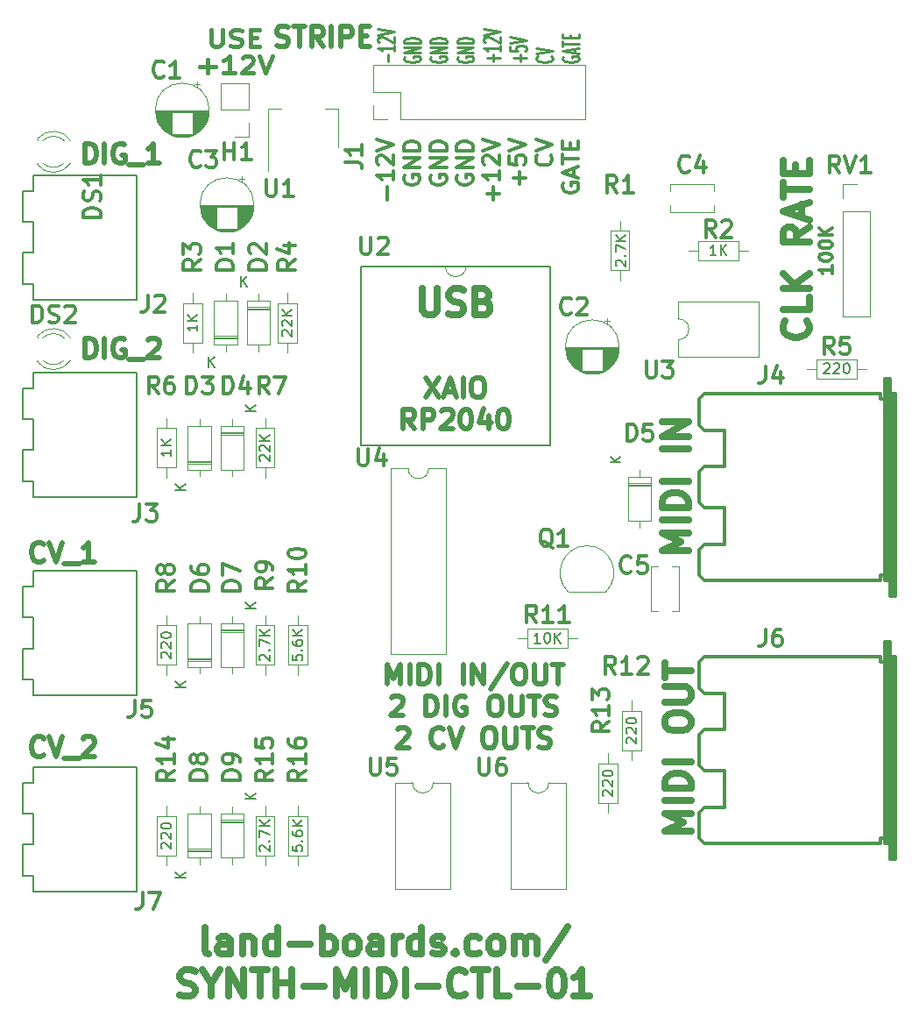
<source format=gto>
%TF.GenerationSoftware,KiCad,Pcbnew,(6.0.1)*%
%TF.CreationDate,2022-10-11T13:34:11-04:00*%
%TF.ProjectId,SYNTH-MIDI-CTL-01,53594e54-482d-44d4-9944-492d43544c2d,1*%
%TF.SameCoordinates,Original*%
%TF.FileFunction,Legend,Top*%
%TF.FilePolarity,Positive*%
%FSLAX46Y46*%
G04 Gerber Fmt 4.6, Leading zero omitted, Abs format (unit mm)*
G04 Created by KiCad (PCBNEW (6.0.1)) date 2022-10-11 13:34:11*
%MOMM*%
%LPD*%
G01*
G04 APERTURE LIST*
%ADD10C,0.476250*%
%ADD11C,0.469900*%
%ADD12C,0.635000*%
%ADD13C,0.317500*%
%ADD14C,0.215900*%
%ADD15C,0.381000*%
%ADD16C,0.349250*%
%ADD17C,0.150000*%
%ADD18C,0.120000*%
%ADD19C,0.304800*%
G04 APERTURE END LIST*
D10*
X125367142Y-57367260D02*
X126637142Y-59272260D01*
X126637142Y-57367260D02*
X125367142Y-59272260D01*
X127272142Y-58727975D02*
X128179285Y-58727975D01*
X127090714Y-59272260D02*
X127725714Y-57367260D01*
X128360714Y-59272260D01*
X128995714Y-59272260D02*
X128995714Y-57367260D01*
X130265714Y-57367260D02*
X130628571Y-57367260D01*
X130810000Y-57457975D01*
X130991428Y-57639403D01*
X131082142Y-58002260D01*
X131082142Y-58637260D01*
X130991428Y-59000117D01*
X130810000Y-59181546D01*
X130628571Y-59272260D01*
X130265714Y-59272260D01*
X130084285Y-59181546D01*
X129902857Y-59000117D01*
X129812142Y-58637260D01*
X129812142Y-58002260D01*
X129902857Y-57639403D01*
X130084285Y-57457975D01*
X130265714Y-57367260D01*
X124278571Y-62339310D02*
X123643571Y-61432167D01*
X123190000Y-62339310D02*
X123190000Y-60434310D01*
X123915714Y-60434310D01*
X124097142Y-60525025D01*
X124187857Y-60615739D01*
X124278571Y-60797167D01*
X124278571Y-61069310D01*
X124187857Y-61250739D01*
X124097142Y-61341453D01*
X123915714Y-61432167D01*
X123190000Y-61432167D01*
X125095000Y-62339310D02*
X125095000Y-60434310D01*
X125820714Y-60434310D01*
X126002142Y-60525025D01*
X126092857Y-60615739D01*
X126183571Y-60797167D01*
X126183571Y-61069310D01*
X126092857Y-61250739D01*
X126002142Y-61341453D01*
X125820714Y-61432167D01*
X125095000Y-61432167D01*
X126909285Y-60615739D02*
X127000000Y-60525025D01*
X127181428Y-60434310D01*
X127635000Y-60434310D01*
X127816428Y-60525025D01*
X127907142Y-60615739D01*
X127997857Y-60797167D01*
X127997857Y-60978596D01*
X127907142Y-61250739D01*
X126818571Y-62339310D01*
X127997857Y-62339310D01*
X129177142Y-60434310D02*
X129358571Y-60434310D01*
X129540000Y-60525025D01*
X129630714Y-60615739D01*
X129721428Y-60797167D01*
X129812142Y-61160025D01*
X129812142Y-61613596D01*
X129721428Y-61976453D01*
X129630714Y-62157882D01*
X129540000Y-62248596D01*
X129358571Y-62339310D01*
X129177142Y-62339310D01*
X128995714Y-62248596D01*
X128905000Y-62157882D01*
X128814285Y-61976453D01*
X128723571Y-61613596D01*
X128723571Y-61160025D01*
X128814285Y-60797167D01*
X128905000Y-60615739D01*
X128995714Y-60525025D01*
X129177142Y-60434310D01*
X131445000Y-61069310D02*
X131445000Y-62339310D01*
X130991428Y-60343596D02*
X130537857Y-61704310D01*
X131717142Y-61704310D01*
X132805714Y-60434310D02*
X132987142Y-60434310D01*
X133168571Y-60525025D01*
X133259285Y-60615739D01*
X133350000Y-60797167D01*
X133440714Y-61160025D01*
X133440714Y-61613596D01*
X133350000Y-61976453D01*
X133259285Y-62157882D01*
X133168571Y-62248596D01*
X132987142Y-62339310D01*
X132805714Y-62339310D01*
X132624285Y-62248596D01*
X132533571Y-62157882D01*
X132442857Y-61976453D01*
X132352142Y-61613596D01*
X132352142Y-61160025D01*
X132442857Y-60797167D01*
X132533571Y-60615739D01*
X132624285Y-60525025D01*
X132805714Y-60434310D01*
X111009642Y-25271071D02*
X111281785Y-25361785D01*
X111735357Y-25361785D01*
X111916785Y-25271071D01*
X112007500Y-25180357D01*
X112098214Y-24998928D01*
X112098214Y-24817500D01*
X112007500Y-24636071D01*
X111916785Y-24545357D01*
X111735357Y-24454642D01*
X111372500Y-24363928D01*
X111191071Y-24273214D01*
X111100357Y-24182500D01*
X111009642Y-24001071D01*
X111009642Y-23819642D01*
X111100357Y-23638214D01*
X111191071Y-23547500D01*
X111372500Y-23456785D01*
X111826071Y-23456785D01*
X112098214Y-23547500D01*
X112642500Y-23456785D02*
X113731071Y-23456785D01*
X113186785Y-25361785D02*
X113186785Y-23456785D01*
X115454642Y-25361785D02*
X114819642Y-24454642D01*
X114366071Y-25361785D02*
X114366071Y-23456785D01*
X115091785Y-23456785D01*
X115273214Y-23547500D01*
X115363928Y-23638214D01*
X115454642Y-23819642D01*
X115454642Y-24091785D01*
X115363928Y-24273214D01*
X115273214Y-24363928D01*
X115091785Y-24454642D01*
X114366071Y-24454642D01*
X116271071Y-25361785D02*
X116271071Y-23456785D01*
X117178214Y-25361785D02*
X117178214Y-23456785D01*
X117903928Y-23456785D01*
X118085357Y-23547500D01*
X118176071Y-23638214D01*
X118266785Y-23819642D01*
X118266785Y-24091785D01*
X118176071Y-24273214D01*
X118085357Y-24363928D01*
X117903928Y-24454642D01*
X117178214Y-24454642D01*
X119083214Y-24363928D02*
X119718214Y-24363928D01*
X119990357Y-25361785D02*
X119083214Y-25361785D01*
X119083214Y-23456785D01*
X119990357Y-23456785D01*
D11*
X88461577Y-74966285D02*
X88370863Y-75055790D01*
X88098720Y-75145295D01*
X87917292Y-75145295D01*
X87645149Y-75055790D01*
X87463720Y-74876780D01*
X87373006Y-74697771D01*
X87282292Y-74339752D01*
X87282292Y-74071238D01*
X87373006Y-73713219D01*
X87463720Y-73534209D01*
X87645149Y-73355200D01*
X87917292Y-73265695D01*
X88098720Y-73265695D01*
X88370863Y-73355200D01*
X88461577Y-73444704D01*
X89005863Y-73265695D02*
X89640863Y-75145295D01*
X90275863Y-73265695D01*
X90457292Y-75324304D02*
X91908720Y-75324304D01*
X93360149Y-75145295D02*
X92271577Y-75145295D01*
X92815863Y-75145295D02*
X92815863Y-73265695D01*
X92634435Y-73534209D01*
X92453006Y-73713219D01*
X92271577Y-73802723D01*
X92453006Y-36664295D02*
X92453006Y-34784695D01*
X92906577Y-34784695D01*
X93178720Y-34874200D01*
X93360149Y-35053209D01*
X93450863Y-35232219D01*
X93541577Y-35590238D01*
X93541577Y-35858752D01*
X93450863Y-36216771D01*
X93360149Y-36395780D01*
X93178720Y-36574790D01*
X92906577Y-36664295D01*
X92453006Y-36664295D01*
X94358006Y-36664295D02*
X94358006Y-34784695D01*
X96263006Y-34874200D02*
X96081577Y-34784695D01*
X95809435Y-34784695D01*
X95537292Y-34874200D01*
X95355863Y-35053209D01*
X95265149Y-35232219D01*
X95174435Y-35590238D01*
X95174435Y-35858752D01*
X95265149Y-36216771D01*
X95355863Y-36395780D01*
X95537292Y-36574790D01*
X95809435Y-36664295D01*
X95990863Y-36664295D01*
X96263006Y-36574790D01*
X96353720Y-36485285D01*
X96353720Y-35858752D01*
X95990863Y-35858752D01*
X96716577Y-36843304D02*
X98168006Y-36843304D01*
X99619435Y-36664295D02*
X98530863Y-36664295D01*
X99075149Y-36664295D02*
X99075149Y-34784695D01*
X98893720Y-35053209D01*
X98712292Y-35232219D01*
X98530863Y-35321723D01*
D12*
X104418190Y-113023347D02*
X104176285Y-112902395D01*
X104055333Y-112660490D01*
X104055333Y-110483347D01*
X106474380Y-113023347D02*
X106474380Y-111692871D01*
X106353428Y-111450966D01*
X106111523Y-111330014D01*
X105627714Y-111330014D01*
X105385809Y-111450966D01*
X106474380Y-112902395D02*
X106232476Y-113023347D01*
X105627714Y-113023347D01*
X105385809Y-112902395D01*
X105264857Y-112660490D01*
X105264857Y-112418585D01*
X105385809Y-112176680D01*
X105627714Y-112055728D01*
X106232476Y-112055728D01*
X106474380Y-111934776D01*
X107683904Y-111330014D02*
X107683904Y-113023347D01*
X107683904Y-111571919D02*
X107804857Y-111450966D01*
X108046761Y-111330014D01*
X108409619Y-111330014D01*
X108651523Y-111450966D01*
X108772476Y-111692871D01*
X108772476Y-113023347D01*
X111070571Y-113023347D02*
X111070571Y-110483347D01*
X111070571Y-112902395D02*
X110828666Y-113023347D01*
X110344857Y-113023347D01*
X110102952Y-112902395D01*
X109982000Y-112781442D01*
X109861047Y-112539538D01*
X109861047Y-111813823D01*
X109982000Y-111571919D01*
X110102952Y-111450966D01*
X110344857Y-111330014D01*
X110828666Y-111330014D01*
X111070571Y-111450966D01*
X112280095Y-112055728D02*
X114215333Y-112055728D01*
X115424857Y-113023347D02*
X115424857Y-110483347D01*
X115424857Y-111450966D02*
X115666761Y-111330014D01*
X116150571Y-111330014D01*
X116392476Y-111450966D01*
X116513428Y-111571919D01*
X116634380Y-111813823D01*
X116634380Y-112539538D01*
X116513428Y-112781442D01*
X116392476Y-112902395D01*
X116150571Y-113023347D01*
X115666761Y-113023347D01*
X115424857Y-112902395D01*
X118085809Y-113023347D02*
X117843904Y-112902395D01*
X117722952Y-112781442D01*
X117602000Y-112539538D01*
X117602000Y-111813823D01*
X117722952Y-111571919D01*
X117843904Y-111450966D01*
X118085809Y-111330014D01*
X118448666Y-111330014D01*
X118690571Y-111450966D01*
X118811523Y-111571919D01*
X118932476Y-111813823D01*
X118932476Y-112539538D01*
X118811523Y-112781442D01*
X118690571Y-112902395D01*
X118448666Y-113023347D01*
X118085809Y-113023347D01*
X121109619Y-113023347D02*
X121109619Y-111692871D01*
X120988666Y-111450966D01*
X120746761Y-111330014D01*
X120262952Y-111330014D01*
X120021047Y-111450966D01*
X121109619Y-112902395D02*
X120867714Y-113023347D01*
X120262952Y-113023347D01*
X120021047Y-112902395D01*
X119900095Y-112660490D01*
X119900095Y-112418585D01*
X120021047Y-112176680D01*
X120262952Y-112055728D01*
X120867714Y-112055728D01*
X121109619Y-111934776D01*
X122319142Y-113023347D02*
X122319142Y-111330014D01*
X122319142Y-111813823D02*
X122440095Y-111571919D01*
X122561047Y-111450966D01*
X122802952Y-111330014D01*
X123044857Y-111330014D01*
X124980095Y-113023347D02*
X124980095Y-110483347D01*
X124980095Y-112902395D02*
X124738190Y-113023347D01*
X124254380Y-113023347D01*
X124012476Y-112902395D01*
X123891523Y-112781442D01*
X123770571Y-112539538D01*
X123770571Y-111813823D01*
X123891523Y-111571919D01*
X124012476Y-111450966D01*
X124254380Y-111330014D01*
X124738190Y-111330014D01*
X124980095Y-111450966D01*
X126068666Y-112902395D02*
X126310571Y-113023347D01*
X126794380Y-113023347D01*
X127036285Y-112902395D01*
X127157238Y-112660490D01*
X127157238Y-112539538D01*
X127036285Y-112297633D01*
X126794380Y-112176680D01*
X126431523Y-112176680D01*
X126189619Y-112055728D01*
X126068666Y-111813823D01*
X126068666Y-111692871D01*
X126189619Y-111450966D01*
X126431523Y-111330014D01*
X126794380Y-111330014D01*
X127036285Y-111450966D01*
X128245809Y-112781442D02*
X128366761Y-112902395D01*
X128245809Y-113023347D01*
X128124857Y-112902395D01*
X128245809Y-112781442D01*
X128245809Y-113023347D01*
X130543904Y-112902395D02*
X130302000Y-113023347D01*
X129818190Y-113023347D01*
X129576285Y-112902395D01*
X129455333Y-112781442D01*
X129334380Y-112539538D01*
X129334380Y-111813823D01*
X129455333Y-111571919D01*
X129576285Y-111450966D01*
X129818190Y-111330014D01*
X130302000Y-111330014D01*
X130543904Y-111450966D01*
X131995333Y-113023347D02*
X131753428Y-112902395D01*
X131632476Y-112781442D01*
X131511523Y-112539538D01*
X131511523Y-111813823D01*
X131632476Y-111571919D01*
X131753428Y-111450966D01*
X131995333Y-111330014D01*
X132358190Y-111330014D01*
X132600095Y-111450966D01*
X132721047Y-111571919D01*
X132842000Y-111813823D01*
X132842000Y-112539538D01*
X132721047Y-112781442D01*
X132600095Y-112902395D01*
X132358190Y-113023347D01*
X131995333Y-113023347D01*
X133930571Y-113023347D02*
X133930571Y-111330014D01*
X133930571Y-111571919D02*
X134051523Y-111450966D01*
X134293428Y-111330014D01*
X134656285Y-111330014D01*
X134898190Y-111450966D01*
X135019142Y-111692871D01*
X135019142Y-113023347D01*
X135019142Y-111692871D02*
X135140095Y-111450966D01*
X135382000Y-111330014D01*
X135744857Y-111330014D01*
X135986761Y-111450966D01*
X136107714Y-111692871D01*
X136107714Y-113023347D01*
X139131523Y-110362395D02*
X136954380Y-113628109D01*
X101636285Y-116991795D02*
X101999142Y-117112747D01*
X102603904Y-117112747D01*
X102845809Y-116991795D01*
X102966761Y-116870842D01*
X103087714Y-116628938D01*
X103087714Y-116387033D01*
X102966761Y-116145128D01*
X102845809Y-116024176D01*
X102603904Y-115903223D01*
X102120095Y-115782271D01*
X101878190Y-115661319D01*
X101757238Y-115540366D01*
X101636285Y-115298461D01*
X101636285Y-115056557D01*
X101757238Y-114814652D01*
X101878190Y-114693700D01*
X102120095Y-114572747D01*
X102724857Y-114572747D01*
X103087714Y-114693700D01*
X104660095Y-115903223D02*
X104660095Y-117112747D01*
X103813428Y-114572747D02*
X104660095Y-115903223D01*
X105506761Y-114572747D01*
X106353428Y-117112747D02*
X106353428Y-114572747D01*
X107804857Y-117112747D01*
X107804857Y-114572747D01*
X108651523Y-114572747D02*
X110102952Y-114572747D01*
X109377238Y-117112747D02*
X109377238Y-114572747D01*
X110949619Y-117112747D02*
X110949619Y-114572747D01*
X110949619Y-115782271D02*
X112401047Y-115782271D01*
X112401047Y-117112747D02*
X112401047Y-114572747D01*
X113610571Y-116145128D02*
X115545809Y-116145128D01*
X116755333Y-117112747D02*
X116755333Y-114572747D01*
X117602000Y-116387033D01*
X118448666Y-114572747D01*
X118448666Y-117112747D01*
X119658190Y-117112747D02*
X119658190Y-114572747D01*
X120867714Y-117112747D02*
X120867714Y-114572747D01*
X121472476Y-114572747D01*
X121835333Y-114693700D01*
X122077238Y-114935604D01*
X122198190Y-115177509D01*
X122319142Y-115661319D01*
X122319142Y-116024176D01*
X122198190Y-116507985D01*
X122077238Y-116749890D01*
X121835333Y-116991795D01*
X121472476Y-117112747D01*
X120867714Y-117112747D01*
X123407714Y-117112747D02*
X123407714Y-114572747D01*
X124617238Y-116145128D02*
X126552476Y-116145128D01*
X129213428Y-116870842D02*
X129092476Y-116991795D01*
X128729619Y-117112747D01*
X128487714Y-117112747D01*
X128124857Y-116991795D01*
X127882952Y-116749890D01*
X127762000Y-116507985D01*
X127641047Y-116024176D01*
X127641047Y-115661319D01*
X127762000Y-115177509D01*
X127882952Y-114935604D01*
X128124857Y-114693700D01*
X128487714Y-114572747D01*
X128729619Y-114572747D01*
X129092476Y-114693700D01*
X129213428Y-114814652D01*
X129939142Y-114572747D02*
X131390571Y-114572747D01*
X130664857Y-117112747D02*
X130664857Y-114572747D01*
X133446761Y-117112747D02*
X132237238Y-117112747D01*
X132237238Y-114572747D01*
X134293428Y-116145128D02*
X136228666Y-116145128D01*
X137922000Y-114572747D02*
X138163904Y-114572747D01*
X138405809Y-114693700D01*
X138526761Y-114814652D01*
X138647714Y-115056557D01*
X138768666Y-115540366D01*
X138768666Y-116145128D01*
X138647714Y-116628938D01*
X138526761Y-116870842D01*
X138405809Y-116991795D01*
X138163904Y-117112747D01*
X137922000Y-117112747D01*
X137680095Y-116991795D01*
X137559142Y-116870842D01*
X137438190Y-116628938D01*
X137317238Y-116145128D01*
X137317238Y-115540366D01*
X137438190Y-115056557D01*
X137559142Y-114814652D01*
X137680095Y-114693700D01*
X137922000Y-114572747D01*
X141187714Y-117112747D02*
X139736285Y-117112747D01*
X140462000Y-117112747D02*
X140462000Y-114572747D01*
X140220095Y-114935604D01*
X139978190Y-115177509D01*
X139736285Y-115298461D01*
D13*
X121667823Y-40178398D02*
X121667823Y-38968875D01*
X122272585Y-37381375D02*
X122272585Y-38288517D01*
X122272585Y-37834946D02*
X120685085Y-37834946D01*
X120911871Y-37986136D01*
X121063061Y-38137327D01*
X121138657Y-38288517D01*
X120836276Y-36776613D02*
X120760681Y-36701017D01*
X120685085Y-36549827D01*
X120685085Y-36171851D01*
X120760681Y-36020660D01*
X120836276Y-35945065D01*
X120987466Y-35869470D01*
X121138657Y-35869470D01*
X121365442Y-35945065D01*
X122272585Y-36852208D01*
X122272585Y-35869470D01*
X120685085Y-35415898D02*
X122272585Y-34886732D01*
X120685085Y-34357565D01*
X123316556Y-37834946D02*
X123240960Y-37986136D01*
X123240960Y-38212922D01*
X123316556Y-38439708D01*
X123467746Y-38590898D01*
X123618936Y-38666494D01*
X123921317Y-38742089D01*
X124148103Y-38742089D01*
X124450484Y-38666494D01*
X124601675Y-38590898D01*
X124752865Y-38439708D01*
X124828460Y-38212922D01*
X124828460Y-38061732D01*
X124752865Y-37834946D01*
X124677270Y-37759351D01*
X124148103Y-37759351D01*
X124148103Y-38061732D01*
X124828460Y-37078994D02*
X123240960Y-37078994D01*
X124828460Y-36171851D01*
X123240960Y-36171851D01*
X124828460Y-35415898D02*
X123240960Y-35415898D01*
X123240960Y-35037922D01*
X123316556Y-34811136D01*
X123467746Y-34659946D01*
X123618936Y-34584351D01*
X123921317Y-34508755D01*
X124148103Y-34508755D01*
X124450484Y-34584351D01*
X124601675Y-34659946D01*
X124752865Y-34811136D01*
X124828460Y-35037922D01*
X124828460Y-35415898D01*
X125872431Y-37834946D02*
X125796835Y-37986136D01*
X125796835Y-38212922D01*
X125872431Y-38439708D01*
X126023621Y-38590898D01*
X126174811Y-38666494D01*
X126477192Y-38742089D01*
X126703978Y-38742089D01*
X127006359Y-38666494D01*
X127157550Y-38590898D01*
X127308740Y-38439708D01*
X127384335Y-38212922D01*
X127384335Y-38061732D01*
X127308740Y-37834946D01*
X127233145Y-37759351D01*
X126703978Y-37759351D01*
X126703978Y-38061732D01*
X127384335Y-37078994D02*
X125796835Y-37078994D01*
X127384335Y-36171851D01*
X125796835Y-36171851D01*
X127384335Y-35415898D02*
X125796835Y-35415898D01*
X125796835Y-35037922D01*
X125872431Y-34811136D01*
X126023621Y-34659946D01*
X126174811Y-34584351D01*
X126477192Y-34508755D01*
X126703978Y-34508755D01*
X127006359Y-34584351D01*
X127157550Y-34659946D01*
X127308740Y-34811136D01*
X127384335Y-35037922D01*
X127384335Y-35415898D01*
X128428306Y-37834946D02*
X128352710Y-37986136D01*
X128352710Y-38212922D01*
X128428306Y-38439708D01*
X128579496Y-38590898D01*
X128730686Y-38666494D01*
X129033067Y-38742089D01*
X129259853Y-38742089D01*
X129562234Y-38666494D01*
X129713425Y-38590898D01*
X129864615Y-38439708D01*
X129940210Y-38212922D01*
X129940210Y-38061732D01*
X129864615Y-37834946D01*
X129789020Y-37759351D01*
X129259853Y-37759351D01*
X129259853Y-38061732D01*
X129940210Y-37078994D02*
X128352710Y-37078994D01*
X129940210Y-36171851D01*
X128352710Y-36171851D01*
X129940210Y-35415898D02*
X128352710Y-35415898D01*
X128352710Y-35037922D01*
X128428306Y-34811136D01*
X128579496Y-34659946D01*
X128730686Y-34584351D01*
X129033067Y-34508755D01*
X129259853Y-34508755D01*
X129562234Y-34584351D01*
X129713425Y-34659946D01*
X129864615Y-34811136D01*
X129940210Y-35037922D01*
X129940210Y-35415898D01*
X131891323Y-40178398D02*
X131891323Y-38968875D01*
X132496085Y-39573636D02*
X131286561Y-39573636D01*
X132496085Y-37381375D02*
X132496085Y-38288517D01*
X132496085Y-37834946D02*
X130908585Y-37834946D01*
X131135371Y-37986136D01*
X131286561Y-38137327D01*
X131362157Y-38288517D01*
X131059776Y-36776613D02*
X130984181Y-36701017D01*
X130908585Y-36549827D01*
X130908585Y-36171851D01*
X130984181Y-36020660D01*
X131059776Y-35945065D01*
X131210966Y-35869470D01*
X131362157Y-35869470D01*
X131588942Y-35945065D01*
X132496085Y-36852208D01*
X132496085Y-35869470D01*
X130908585Y-35415898D02*
X132496085Y-34886732D01*
X130908585Y-34357565D01*
X134447198Y-38666494D02*
X134447198Y-37456970D01*
X135051960Y-38061732D02*
X133842436Y-38061732D01*
X133464460Y-35945065D02*
X133464460Y-36701017D01*
X134220413Y-36776613D01*
X134144817Y-36701017D01*
X134069222Y-36549827D01*
X134069222Y-36171851D01*
X134144817Y-36020660D01*
X134220413Y-35945065D01*
X134371603Y-35869470D01*
X134749579Y-35869470D01*
X134900770Y-35945065D01*
X134976365Y-36020660D01*
X135051960Y-36171851D01*
X135051960Y-36549827D01*
X134976365Y-36701017D01*
X134900770Y-36776613D01*
X133464460Y-35415898D02*
X135051960Y-34886732D01*
X133464460Y-34357565D01*
X137456645Y-35869470D02*
X137532240Y-35945065D01*
X137607835Y-36171851D01*
X137607835Y-36323041D01*
X137532240Y-36549827D01*
X137381050Y-36701017D01*
X137229859Y-36776613D01*
X136927478Y-36852208D01*
X136700692Y-36852208D01*
X136398311Y-36776613D01*
X136247121Y-36701017D01*
X136095931Y-36549827D01*
X136020335Y-36323041D01*
X136020335Y-36171851D01*
X136095931Y-35945065D01*
X136171526Y-35869470D01*
X136020335Y-35415898D02*
X137607835Y-34886732D01*
X136020335Y-34357565D01*
X138651806Y-38590898D02*
X138576210Y-38742089D01*
X138576210Y-38968875D01*
X138651806Y-39195660D01*
X138802996Y-39346851D01*
X138954186Y-39422446D01*
X139256567Y-39498041D01*
X139483353Y-39498041D01*
X139785734Y-39422446D01*
X139936925Y-39346851D01*
X140088115Y-39195660D01*
X140163710Y-38968875D01*
X140163710Y-38817684D01*
X140088115Y-38590898D01*
X140012520Y-38515303D01*
X139483353Y-38515303D01*
X139483353Y-38817684D01*
X139710139Y-37910541D02*
X139710139Y-37154589D01*
X140163710Y-38061732D02*
X138576210Y-37532565D01*
X140163710Y-37003398D01*
X138576210Y-36701017D02*
X138576210Y-35793875D01*
X140163710Y-36247446D02*
X138576210Y-36247446D01*
X139332163Y-35264708D02*
X139332163Y-34735541D01*
X140163710Y-34508755D02*
X140163710Y-35264708D01*
X138576210Y-35264708D01*
X138576210Y-34508755D01*
D14*
X121723830Y-26834045D02*
X121723830Y-26176065D01*
X122328592Y-25312465D02*
X122328592Y-25805950D01*
X122328592Y-25559207D02*
X120741092Y-25559207D01*
X120967878Y-25641455D01*
X121119068Y-25723703D01*
X121194664Y-25805950D01*
X120892283Y-24983474D02*
X120816688Y-24942350D01*
X120741092Y-24860103D01*
X120741092Y-24654484D01*
X120816688Y-24572236D01*
X120892283Y-24531112D01*
X121043473Y-24489988D01*
X121194664Y-24489988D01*
X121421449Y-24531112D01*
X122328592Y-25024598D01*
X122328592Y-24489988D01*
X120741092Y-24243245D02*
X122328592Y-23955379D01*
X120741092Y-23667512D01*
X123372563Y-26381684D02*
X123296967Y-26463931D01*
X123296967Y-26587303D01*
X123372563Y-26710674D01*
X123523753Y-26792922D01*
X123674943Y-26834045D01*
X123977324Y-26875169D01*
X124204110Y-26875169D01*
X124506491Y-26834045D01*
X124657682Y-26792922D01*
X124808872Y-26710674D01*
X124884467Y-26587303D01*
X124884467Y-26505055D01*
X124808872Y-26381684D01*
X124733277Y-26340560D01*
X124204110Y-26340560D01*
X124204110Y-26505055D01*
X124884467Y-25970445D02*
X123296967Y-25970445D01*
X124884467Y-25476960D01*
X123296967Y-25476960D01*
X124884467Y-25065722D02*
X123296967Y-25065722D01*
X123296967Y-24860103D01*
X123372563Y-24736731D01*
X123523753Y-24654484D01*
X123674943Y-24613360D01*
X123977324Y-24572236D01*
X124204110Y-24572236D01*
X124506491Y-24613360D01*
X124657682Y-24654484D01*
X124808872Y-24736731D01*
X124884467Y-24860103D01*
X124884467Y-25065722D01*
X125928438Y-26381684D02*
X125852842Y-26463931D01*
X125852842Y-26587303D01*
X125928438Y-26710674D01*
X126079628Y-26792922D01*
X126230818Y-26834045D01*
X126533199Y-26875169D01*
X126759985Y-26875169D01*
X127062366Y-26834045D01*
X127213557Y-26792922D01*
X127364747Y-26710674D01*
X127440342Y-26587303D01*
X127440342Y-26505055D01*
X127364747Y-26381684D01*
X127289152Y-26340560D01*
X126759985Y-26340560D01*
X126759985Y-26505055D01*
X127440342Y-25970445D02*
X125852842Y-25970445D01*
X127440342Y-25476960D01*
X125852842Y-25476960D01*
X127440342Y-25065722D02*
X125852842Y-25065722D01*
X125852842Y-24860103D01*
X125928438Y-24736731D01*
X126079628Y-24654484D01*
X126230818Y-24613360D01*
X126533199Y-24572236D01*
X126759985Y-24572236D01*
X127062366Y-24613360D01*
X127213557Y-24654484D01*
X127364747Y-24736731D01*
X127440342Y-24860103D01*
X127440342Y-25065722D01*
X128484313Y-26381684D02*
X128408717Y-26463931D01*
X128408717Y-26587303D01*
X128484313Y-26710674D01*
X128635503Y-26792922D01*
X128786693Y-26834045D01*
X129089074Y-26875169D01*
X129315860Y-26875169D01*
X129618241Y-26834045D01*
X129769432Y-26792922D01*
X129920622Y-26710674D01*
X129996217Y-26587303D01*
X129996217Y-26505055D01*
X129920622Y-26381684D01*
X129845027Y-26340560D01*
X129315860Y-26340560D01*
X129315860Y-26505055D01*
X129996217Y-25970445D02*
X128408717Y-25970445D01*
X129996217Y-25476960D01*
X128408717Y-25476960D01*
X129996217Y-25065722D02*
X128408717Y-25065722D01*
X128408717Y-24860103D01*
X128484313Y-24736731D01*
X128635503Y-24654484D01*
X128786693Y-24613360D01*
X129089074Y-24572236D01*
X129315860Y-24572236D01*
X129618241Y-24613360D01*
X129769432Y-24654484D01*
X129920622Y-24736731D01*
X129996217Y-24860103D01*
X129996217Y-25065722D01*
X131947330Y-26834045D02*
X131947330Y-26176065D01*
X132552092Y-26505055D02*
X131342568Y-26505055D01*
X132552092Y-25312465D02*
X132552092Y-25805950D01*
X132552092Y-25559207D02*
X130964592Y-25559207D01*
X131191378Y-25641455D01*
X131342568Y-25723703D01*
X131418164Y-25805950D01*
X131115783Y-24983474D02*
X131040188Y-24942350D01*
X130964592Y-24860103D01*
X130964592Y-24654484D01*
X131040188Y-24572236D01*
X131115783Y-24531112D01*
X131266973Y-24489988D01*
X131418164Y-24489988D01*
X131644949Y-24531112D01*
X132552092Y-25024598D01*
X132552092Y-24489988D01*
X130964592Y-24243245D02*
X132552092Y-23955379D01*
X130964592Y-23667512D01*
X134503205Y-26834045D02*
X134503205Y-26176065D01*
X135107967Y-26505055D02*
X133898443Y-26505055D01*
X133520467Y-25353588D02*
X133520467Y-25764826D01*
X134276420Y-25805950D01*
X134200824Y-25764826D01*
X134125229Y-25682579D01*
X134125229Y-25476960D01*
X134200824Y-25394712D01*
X134276420Y-25353588D01*
X134427610Y-25312465D01*
X134805586Y-25312465D01*
X134956777Y-25353588D01*
X135032372Y-25394712D01*
X135107967Y-25476960D01*
X135107967Y-25682579D01*
X135032372Y-25764826D01*
X134956777Y-25805950D01*
X133520467Y-25065722D02*
X135107967Y-24777855D01*
X133520467Y-24489988D01*
X137512652Y-26340560D02*
X137588247Y-26381684D01*
X137663842Y-26505055D01*
X137663842Y-26587303D01*
X137588247Y-26710674D01*
X137437057Y-26792922D01*
X137285866Y-26834045D01*
X136983485Y-26875169D01*
X136756699Y-26875169D01*
X136454318Y-26834045D01*
X136303128Y-26792922D01*
X136151938Y-26710674D01*
X136076342Y-26587303D01*
X136076342Y-26505055D01*
X136151938Y-26381684D01*
X136227533Y-26340560D01*
X136076342Y-26093817D02*
X137663842Y-25805950D01*
X136076342Y-25518084D01*
X138707813Y-26381684D02*
X138632217Y-26463931D01*
X138632217Y-26587303D01*
X138707813Y-26710674D01*
X138859003Y-26792922D01*
X139010193Y-26834045D01*
X139312574Y-26875169D01*
X139539360Y-26875169D01*
X139841741Y-26834045D01*
X139992932Y-26792922D01*
X140144122Y-26710674D01*
X140219717Y-26587303D01*
X140219717Y-26505055D01*
X140144122Y-26381684D01*
X140068527Y-26340560D01*
X139539360Y-26340560D01*
X139539360Y-26505055D01*
X139766146Y-26011569D02*
X139766146Y-25600331D01*
X140219717Y-26093817D02*
X138632217Y-25805950D01*
X140219717Y-25518084D01*
X138632217Y-25353588D02*
X138632217Y-24860103D01*
X140219717Y-25106845D02*
X138632217Y-25106845D01*
X139388170Y-24572236D02*
X139388170Y-24284369D01*
X140219717Y-24160998D02*
X140219717Y-24572236D01*
X138632217Y-24572236D01*
X138632217Y-24160998D01*
D12*
X151009047Y-101140380D02*
X148469047Y-101140380D01*
X150283333Y-100293714D01*
X148469047Y-99447047D01*
X151009047Y-99447047D01*
X151009047Y-98237523D02*
X148469047Y-98237523D01*
X151009047Y-97028000D02*
X148469047Y-97028000D01*
X148469047Y-96423238D01*
X148590000Y-96060380D01*
X148831904Y-95818476D01*
X149073809Y-95697523D01*
X149557619Y-95576571D01*
X149920476Y-95576571D01*
X150404285Y-95697523D01*
X150646190Y-95818476D01*
X150888095Y-96060380D01*
X151009047Y-96423238D01*
X151009047Y-97028000D01*
X151009047Y-94488000D02*
X148469047Y-94488000D01*
X148469047Y-90859428D02*
X148469047Y-90375619D01*
X148590000Y-90133714D01*
X148831904Y-89891809D01*
X149315714Y-89770857D01*
X150162380Y-89770857D01*
X150646190Y-89891809D01*
X150888095Y-90133714D01*
X151009047Y-90375619D01*
X151009047Y-90859428D01*
X150888095Y-91101333D01*
X150646190Y-91343238D01*
X150162380Y-91464190D01*
X149315714Y-91464190D01*
X148831904Y-91343238D01*
X148590000Y-91101333D01*
X148469047Y-90859428D01*
X148469047Y-88682285D02*
X150525238Y-88682285D01*
X150767142Y-88561333D01*
X150888095Y-88440380D01*
X151009047Y-88198476D01*
X151009047Y-87714666D01*
X150888095Y-87472761D01*
X150767142Y-87351809D01*
X150525238Y-87230857D01*
X148469047Y-87230857D01*
X148469047Y-86384190D02*
X148469047Y-84932761D01*
X151009047Y-85658476D02*
X148469047Y-85658476D01*
D10*
X88465705Y-93771357D02*
X88374991Y-93862071D01*
X88102848Y-93952785D01*
X87921419Y-93952785D01*
X87649276Y-93862071D01*
X87467848Y-93680642D01*
X87377133Y-93499214D01*
X87286419Y-93136357D01*
X87286419Y-92864214D01*
X87377133Y-92501357D01*
X87467848Y-92319928D01*
X87649276Y-92138500D01*
X87921419Y-92047785D01*
X88102848Y-92047785D01*
X88374991Y-92138500D01*
X88465705Y-92229214D01*
X89009991Y-92047785D02*
X89644991Y-93952785D01*
X90279991Y-92047785D01*
X90461419Y-94134214D02*
X91912848Y-94134214D01*
X92275705Y-92229214D02*
X92366419Y-92138500D01*
X92547848Y-92047785D01*
X93001419Y-92047785D01*
X93182848Y-92138500D01*
X93273562Y-92229214D01*
X93364276Y-92410642D01*
X93364276Y-92592071D01*
X93273562Y-92864214D01*
X92184991Y-93952785D01*
X93364276Y-93952785D01*
D12*
X125064761Y-48774047D02*
X125064761Y-50830238D01*
X125185714Y-51072142D01*
X125306666Y-51193095D01*
X125548571Y-51314047D01*
X126032380Y-51314047D01*
X126274285Y-51193095D01*
X126395238Y-51072142D01*
X126516190Y-50830238D01*
X126516190Y-48774047D01*
X127604761Y-51193095D02*
X127967619Y-51314047D01*
X128572380Y-51314047D01*
X128814285Y-51193095D01*
X128935238Y-51072142D01*
X129056190Y-50830238D01*
X129056190Y-50588333D01*
X128935238Y-50346428D01*
X128814285Y-50225476D01*
X128572380Y-50104523D01*
X128088571Y-49983571D01*
X127846666Y-49862619D01*
X127725714Y-49741666D01*
X127604761Y-49499761D01*
X127604761Y-49257857D01*
X127725714Y-49015952D01*
X127846666Y-48895000D01*
X128088571Y-48774047D01*
X128693333Y-48774047D01*
X129056190Y-48895000D01*
X130991428Y-49983571D02*
X131354285Y-50104523D01*
X131475238Y-50225476D01*
X131596190Y-50467380D01*
X131596190Y-50830238D01*
X131475238Y-51072142D01*
X131354285Y-51193095D01*
X131112380Y-51314047D01*
X130144761Y-51314047D01*
X130144761Y-48774047D01*
X130991428Y-48774047D01*
X131233333Y-48895000D01*
X131354285Y-49015952D01*
X131475238Y-49257857D01*
X131475238Y-49499761D01*
X131354285Y-49741666D01*
X131233333Y-49862619D01*
X130991428Y-49983571D01*
X130144761Y-49983571D01*
X162197142Y-51912761D02*
X162318095Y-52033714D01*
X162439047Y-52396571D01*
X162439047Y-52638476D01*
X162318095Y-53001333D01*
X162076190Y-53243238D01*
X161834285Y-53364190D01*
X161350476Y-53485142D01*
X160987619Y-53485142D01*
X160503809Y-53364190D01*
X160261904Y-53243238D01*
X160020000Y-53001333D01*
X159899047Y-52638476D01*
X159899047Y-52396571D01*
X160020000Y-52033714D01*
X160140952Y-51912761D01*
X162439047Y-49614666D02*
X162439047Y-50824190D01*
X159899047Y-50824190D01*
X162439047Y-48768000D02*
X159899047Y-48768000D01*
X162439047Y-47316571D02*
X160987619Y-48405142D01*
X159899047Y-47316571D02*
X161350476Y-48768000D01*
X162439047Y-42841333D02*
X161229523Y-43688000D01*
X162439047Y-44292761D02*
X159899047Y-44292761D01*
X159899047Y-43325142D01*
X160020000Y-43083238D01*
X160140952Y-42962285D01*
X160382857Y-42841333D01*
X160745714Y-42841333D01*
X160987619Y-42962285D01*
X161108571Y-43083238D01*
X161229523Y-43325142D01*
X161229523Y-44292761D01*
X161713333Y-41873714D02*
X161713333Y-40664190D01*
X162439047Y-42115619D02*
X159899047Y-41268952D01*
X162439047Y-40422285D01*
X159899047Y-39938476D02*
X159899047Y-38487047D01*
X162439047Y-39212761D02*
X159899047Y-39212761D01*
X161108571Y-37640380D02*
X161108571Y-36793714D01*
X162439047Y-36430857D02*
X162439047Y-37640380D01*
X159899047Y-37640380D01*
X159899047Y-36430857D01*
D10*
X121656928Y-86948735D02*
X121656928Y-85043735D01*
X122291928Y-86404450D01*
X122926928Y-85043735D01*
X122926928Y-86948735D01*
X123834071Y-86948735D02*
X123834071Y-85043735D01*
X124741214Y-86948735D02*
X124741214Y-85043735D01*
X125194785Y-85043735D01*
X125466928Y-85134450D01*
X125648357Y-85315878D01*
X125739071Y-85497307D01*
X125829785Y-85860164D01*
X125829785Y-86132307D01*
X125739071Y-86495164D01*
X125648357Y-86676592D01*
X125466928Y-86858021D01*
X125194785Y-86948735D01*
X124741214Y-86948735D01*
X126646214Y-86948735D02*
X126646214Y-85043735D01*
X129004785Y-86948735D02*
X129004785Y-85043735D01*
X129911928Y-86948735D02*
X129911928Y-85043735D01*
X131000500Y-86948735D01*
X131000500Y-85043735D01*
X133268357Y-84953021D02*
X131635500Y-87402307D01*
X134266214Y-85043735D02*
X134629071Y-85043735D01*
X134810500Y-85134450D01*
X134991928Y-85315878D01*
X135082642Y-85678735D01*
X135082642Y-86313735D01*
X134991928Y-86676592D01*
X134810500Y-86858021D01*
X134629071Y-86948735D01*
X134266214Y-86948735D01*
X134084785Y-86858021D01*
X133903357Y-86676592D01*
X133812642Y-86313735D01*
X133812642Y-85678735D01*
X133903357Y-85315878D01*
X134084785Y-85134450D01*
X134266214Y-85043735D01*
X135899071Y-85043735D02*
X135899071Y-86585878D01*
X135989785Y-86767307D01*
X136080500Y-86858021D01*
X136261928Y-86948735D01*
X136624785Y-86948735D01*
X136806214Y-86858021D01*
X136896928Y-86767307D01*
X136987642Y-86585878D01*
X136987642Y-85043735D01*
X137622642Y-85043735D02*
X138711214Y-85043735D01*
X138166928Y-86948735D02*
X138166928Y-85043735D01*
X122065142Y-88292214D02*
X122155857Y-88201500D01*
X122337285Y-88110785D01*
X122790857Y-88110785D01*
X122972285Y-88201500D01*
X123063000Y-88292214D01*
X123153714Y-88473642D01*
X123153714Y-88655071D01*
X123063000Y-88927214D01*
X121974428Y-90015785D01*
X123153714Y-90015785D01*
X125421571Y-90015785D02*
X125421571Y-88110785D01*
X125875142Y-88110785D01*
X126147285Y-88201500D01*
X126328714Y-88382928D01*
X126419428Y-88564357D01*
X126510142Y-88927214D01*
X126510142Y-89199357D01*
X126419428Y-89562214D01*
X126328714Y-89743642D01*
X126147285Y-89925071D01*
X125875142Y-90015785D01*
X125421571Y-90015785D01*
X127326571Y-90015785D02*
X127326571Y-88110785D01*
X129231571Y-88201500D02*
X129050142Y-88110785D01*
X128778000Y-88110785D01*
X128505857Y-88201500D01*
X128324428Y-88382928D01*
X128233714Y-88564357D01*
X128143000Y-88927214D01*
X128143000Y-89199357D01*
X128233714Y-89562214D01*
X128324428Y-89743642D01*
X128505857Y-89925071D01*
X128778000Y-90015785D01*
X128959428Y-90015785D01*
X129231571Y-89925071D01*
X129322285Y-89834357D01*
X129322285Y-89199357D01*
X128959428Y-89199357D01*
X131953000Y-88110785D02*
X132315857Y-88110785D01*
X132497285Y-88201500D01*
X132678714Y-88382928D01*
X132769428Y-88745785D01*
X132769428Y-89380785D01*
X132678714Y-89743642D01*
X132497285Y-89925071D01*
X132315857Y-90015785D01*
X131953000Y-90015785D01*
X131771571Y-89925071D01*
X131590142Y-89743642D01*
X131499428Y-89380785D01*
X131499428Y-88745785D01*
X131590142Y-88382928D01*
X131771571Y-88201500D01*
X131953000Y-88110785D01*
X133585857Y-88110785D02*
X133585857Y-89652928D01*
X133676571Y-89834357D01*
X133767285Y-89925071D01*
X133948714Y-90015785D01*
X134311571Y-90015785D01*
X134493000Y-89925071D01*
X134583714Y-89834357D01*
X134674428Y-89652928D01*
X134674428Y-88110785D01*
X135309428Y-88110785D02*
X136398000Y-88110785D01*
X135853714Y-90015785D02*
X135853714Y-88110785D01*
X136942285Y-89925071D02*
X137214428Y-90015785D01*
X137668000Y-90015785D01*
X137849428Y-89925071D01*
X137940142Y-89834357D01*
X138030857Y-89652928D01*
X138030857Y-89471500D01*
X137940142Y-89290071D01*
X137849428Y-89199357D01*
X137668000Y-89108642D01*
X137305142Y-89017928D01*
X137123714Y-88927214D01*
X137033000Y-88836500D01*
X136942285Y-88655071D01*
X136942285Y-88473642D01*
X137033000Y-88292214D01*
X137123714Y-88201500D01*
X137305142Y-88110785D01*
X137758714Y-88110785D01*
X138030857Y-88201500D01*
X122654785Y-91359264D02*
X122745500Y-91268550D01*
X122926928Y-91177835D01*
X123380500Y-91177835D01*
X123561928Y-91268550D01*
X123652642Y-91359264D01*
X123743357Y-91540692D01*
X123743357Y-91722121D01*
X123652642Y-91994264D01*
X122564071Y-93082835D01*
X123743357Y-93082835D01*
X127099785Y-92901407D02*
X127009071Y-92992121D01*
X126736928Y-93082835D01*
X126555500Y-93082835D01*
X126283357Y-92992121D01*
X126101928Y-92810692D01*
X126011214Y-92629264D01*
X125920500Y-92266407D01*
X125920500Y-91994264D01*
X126011214Y-91631407D01*
X126101928Y-91449978D01*
X126283357Y-91268550D01*
X126555500Y-91177835D01*
X126736928Y-91177835D01*
X127009071Y-91268550D01*
X127099785Y-91359264D01*
X127644071Y-91177835D02*
X128279071Y-93082835D01*
X128914071Y-91177835D01*
X131363357Y-91177835D02*
X131726214Y-91177835D01*
X131907642Y-91268550D01*
X132089071Y-91449978D01*
X132179785Y-91812835D01*
X132179785Y-92447835D01*
X132089071Y-92810692D01*
X131907642Y-92992121D01*
X131726214Y-93082835D01*
X131363357Y-93082835D01*
X131181928Y-92992121D01*
X131000500Y-92810692D01*
X130909785Y-92447835D01*
X130909785Y-91812835D01*
X131000500Y-91449978D01*
X131181928Y-91268550D01*
X131363357Y-91177835D01*
X132996214Y-91177835D02*
X132996214Y-92719978D01*
X133086928Y-92901407D01*
X133177642Y-92992121D01*
X133359071Y-93082835D01*
X133721928Y-93082835D01*
X133903357Y-92992121D01*
X133994071Y-92901407D01*
X134084785Y-92719978D01*
X134084785Y-91177835D01*
X134719785Y-91177835D02*
X135808357Y-91177835D01*
X135264071Y-93082835D02*
X135264071Y-91177835D01*
X136352642Y-92992121D02*
X136624785Y-93082835D01*
X137078357Y-93082835D01*
X137259785Y-92992121D01*
X137350500Y-92901407D01*
X137441214Y-92719978D01*
X137441214Y-92538550D01*
X137350500Y-92357121D01*
X137259785Y-92266407D01*
X137078357Y-92175692D01*
X136715500Y-92084978D01*
X136534071Y-91994264D01*
X136443357Y-91903550D01*
X136352642Y-91722121D01*
X136352642Y-91540692D01*
X136443357Y-91359264D01*
X136534071Y-91268550D01*
X136715500Y-91177835D01*
X137169071Y-91177835D01*
X137441214Y-91268550D01*
D11*
X92453006Y-55460295D02*
X92453006Y-53580695D01*
X92906577Y-53580695D01*
X93178720Y-53670200D01*
X93360149Y-53849209D01*
X93450863Y-54028219D01*
X93541577Y-54386238D01*
X93541577Y-54654752D01*
X93450863Y-55012771D01*
X93360149Y-55191780D01*
X93178720Y-55370790D01*
X92906577Y-55460295D01*
X92453006Y-55460295D01*
X94358006Y-55460295D02*
X94358006Y-53580695D01*
X96263006Y-53670200D02*
X96081577Y-53580695D01*
X95809435Y-53580695D01*
X95537292Y-53670200D01*
X95355863Y-53849209D01*
X95265149Y-54028219D01*
X95174435Y-54386238D01*
X95174435Y-54654752D01*
X95265149Y-55012771D01*
X95355863Y-55191780D01*
X95537292Y-55370790D01*
X95809435Y-55460295D01*
X95990863Y-55460295D01*
X96263006Y-55370790D01*
X96353720Y-55281285D01*
X96353720Y-54654752D01*
X95990863Y-54654752D01*
X96716577Y-55639304D02*
X98168006Y-55639304D01*
X98530863Y-53759704D02*
X98621577Y-53670200D01*
X98803006Y-53580695D01*
X99256577Y-53580695D01*
X99438006Y-53670200D01*
X99528720Y-53759704D01*
X99619435Y-53938714D01*
X99619435Y-54117723D01*
X99528720Y-54386238D01*
X98440149Y-55460295D01*
X99619435Y-55460295D01*
D12*
X150755047Y-74047047D02*
X148215047Y-74047047D01*
X150029333Y-73200380D01*
X148215047Y-72353714D01*
X150755047Y-72353714D01*
X150755047Y-71144190D02*
X148215047Y-71144190D01*
X150755047Y-69934666D02*
X148215047Y-69934666D01*
X148215047Y-69329904D01*
X148336000Y-68967047D01*
X148577904Y-68725142D01*
X148819809Y-68604190D01*
X149303619Y-68483238D01*
X149666476Y-68483238D01*
X150150285Y-68604190D01*
X150392190Y-68725142D01*
X150634095Y-68967047D01*
X150755047Y-69329904D01*
X150755047Y-69934666D01*
X150755047Y-67394666D02*
X148215047Y-67394666D01*
X150755047Y-64249904D02*
X148215047Y-64249904D01*
X150755047Y-63040380D02*
X148215047Y-63040380D01*
X150755047Y-61588952D01*
X148215047Y-61588952D01*
D15*
X104620785Y-23760717D02*
X104620785Y-25045836D01*
X104711500Y-25197027D01*
X104802214Y-25272622D01*
X104983642Y-25348217D01*
X105346500Y-25348217D01*
X105527928Y-25272622D01*
X105618642Y-25197027D01*
X105709357Y-25045836D01*
X105709357Y-23760717D01*
X106525785Y-25272622D02*
X106797928Y-25348217D01*
X107251500Y-25348217D01*
X107432928Y-25272622D01*
X107523642Y-25197027D01*
X107614357Y-25045836D01*
X107614357Y-24894646D01*
X107523642Y-24743455D01*
X107432928Y-24667860D01*
X107251500Y-24592265D01*
X106888642Y-24516670D01*
X106707214Y-24441074D01*
X106616500Y-24365479D01*
X106525785Y-24214289D01*
X106525785Y-24063098D01*
X106616500Y-23911908D01*
X106707214Y-23836313D01*
X106888642Y-23760717D01*
X107342214Y-23760717D01*
X107614357Y-23836313D01*
X108430785Y-24516670D02*
X109065785Y-24516670D01*
X109337928Y-25348217D02*
X108430785Y-25348217D01*
X108430785Y-23760717D01*
X109337928Y-23760717D01*
X103577571Y-27299330D02*
X105029000Y-27299330D01*
X104303285Y-27904092D02*
X104303285Y-26694568D01*
X106934000Y-27904092D02*
X105845428Y-27904092D01*
X106389714Y-27904092D02*
X106389714Y-26316592D01*
X106208285Y-26543378D01*
X106026857Y-26694568D01*
X105845428Y-26770164D01*
X107659714Y-26467783D02*
X107750428Y-26392188D01*
X107931857Y-26316592D01*
X108385428Y-26316592D01*
X108566857Y-26392188D01*
X108657571Y-26467783D01*
X108748285Y-26618973D01*
X108748285Y-26770164D01*
X108657571Y-26996949D01*
X107569000Y-27904092D01*
X108748285Y-27904092D01*
X109292571Y-26316592D02*
X109927571Y-27904092D01*
X110562571Y-26316592D01*
D16*
%TO.C,C5*%
X145224833Y-76089642D02*
X145146214Y-76168261D01*
X144910357Y-76246880D01*
X144753119Y-76246880D01*
X144517261Y-76168261D01*
X144360023Y-76011023D01*
X144281404Y-75853785D01*
X144202785Y-75539309D01*
X144202785Y-75303452D01*
X144281404Y-74988976D01*
X144360023Y-74831738D01*
X144517261Y-74674500D01*
X144753119Y-74595880D01*
X144910357Y-74595880D01*
X145146214Y-74674500D01*
X145224833Y-74753119D01*
X146718595Y-74595880D02*
X145932404Y-74595880D01*
X145853785Y-75382071D01*
X145932404Y-75303452D01*
X146089642Y-75224833D01*
X146482738Y-75224833D01*
X146639976Y-75303452D01*
X146718595Y-75382071D01*
X146797214Y-75539309D01*
X146797214Y-75932404D01*
X146718595Y-76089642D01*
X146639976Y-76168261D01*
X146482738Y-76246880D01*
X146089642Y-76246880D01*
X145932404Y-76168261D01*
X145853785Y-76089642D01*
%TO.C,C3*%
X103610833Y-36911642D02*
X103532214Y-36990261D01*
X103296357Y-37068880D01*
X103139119Y-37068880D01*
X102903261Y-36990261D01*
X102746023Y-36833023D01*
X102667404Y-36675785D01*
X102588785Y-36361309D01*
X102588785Y-36125452D01*
X102667404Y-35810976D01*
X102746023Y-35653738D01*
X102903261Y-35496500D01*
X103139119Y-35417880D01*
X103296357Y-35417880D01*
X103532214Y-35496500D01*
X103610833Y-35575119D01*
X104161166Y-35417880D02*
X105183214Y-35417880D01*
X104632880Y-36046833D01*
X104868738Y-36046833D01*
X105025976Y-36125452D01*
X105104595Y-36204071D01*
X105183214Y-36361309D01*
X105183214Y-36754404D01*
X105104595Y-36911642D01*
X105025976Y-36990261D01*
X104868738Y-37068880D01*
X104397023Y-37068880D01*
X104239785Y-36990261D01*
X104161166Y-36911642D01*
%TO.C,D4*%
X105842404Y-58912880D02*
X105842404Y-57261880D01*
X106235500Y-57261880D01*
X106471357Y-57340500D01*
X106628595Y-57497738D01*
X106707214Y-57654976D01*
X106785833Y-57969452D01*
X106785833Y-58205309D01*
X106707214Y-58519785D01*
X106628595Y-58677023D01*
X106471357Y-58834261D01*
X106235500Y-58912880D01*
X105842404Y-58912880D01*
X108200976Y-57812214D02*
X108200976Y-58912880D01*
X107807880Y-57183261D02*
X107414785Y-58362547D01*
X108436833Y-58362547D01*
D17*
X108932380Y-60586904D02*
X107932380Y-60586904D01*
X108932380Y-60015476D02*
X108360952Y-60444047D01*
X107932380Y-60015476D02*
X108503809Y-60586904D01*
D16*
%TO.C,C2*%
X139424833Y-51135642D02*
X139346214Y-51214261D01*
X139110357Y-51292880D01*
X138953119Y-51292880D01*
X138717261Y-51214261D01*
X138560023Y-51057023D01*
X138481404Y-50899785D01*
X138402785Y-50585309D01*
X138402785Y-50349452D01*
X138481404Y-50034976D01*
X138560023Y-49877738D01*
X138717261Y-49720500D01*
X138953119Y-49641880D01*
X139110357Y-49641880D01*
X139346214Y-49720500D01*
X139424833Y-49799119D01*
X140053785Y-49799119D02*
X140132404Y-49720500D01*
X140289642Y-49641880D01*
X140682738Y-49641880D01*
X140839976Y-49720500D01*
X140918595Y-49799119D01*
X140997214Y-49956357D01*
X140997214Y-50113595D01*
X140918595Y-50349452D01*
X139975166Y-51292880D01*
X140997214Y-51292880D01*
%TO.C,D9*%
X107426880Y-96214595D02*
X105775880Y-96214595D01*
X105775880Y-95821500D01*
X105854500Y-95585642D01*
X106011738Y-95428404D01*
X106168976Y-95349785D01*
X106483452Y-95271166D01*
X106719309Y-95271166D01*
X107033785Y-95349785D01*
X107191023Y-95428404D01*
X107348261Y-95585642D01*
X107426880Y-95821500D01*
X107426880Y-96214595D01*
X107426880Y-94484976D02*
X107426880Y-94170500D01*
X107348261Y-94013261D01*
X107269642Y-93934642D01*
X107033785Y-93777404D01*
X106719309Y-93698785D01*
X106090357Y-93698785D01*
X105933119Y-93777404D01*
X105854500Y-93856023D01*
X105775880Y-94013261D01*
X105775880Y-94327738D01*
X105854500Y-94484976D01*
X105933119Y-94563595D01*
X106090357Y-94642214D01*
X106483452Y-94642214D01*
X106640690Y-94563595D01*
X106719309Y-94484976D01*
X106797928Y-94327738D01*
X106797928Y-94013261D01*
X106719309Y-93856023D01*
X106640690Y-93777404D01*
X106483452Y-93698785D01*
D17*
X108932380Y-98051904D02*
X107932380Y-98051904D01*
X108932380Y-97480476D02*
X108360952Y-97909047D01*
X107932380Y-97480476D02*
X108503809Y-98051904D01*
D16*
%TO.C,RV1*%
X165387261Y-37581880D02*
X164836928Y-36795690D01*
X164443833Y-37581880D02*
X164443833Y-35930880D01*
X165072785Y-35930880D01*
X165230023Y-36009500D01*
X165308642Y-36088119D01*
X165387261Y-36245357D01*
X165387261Y-36481214D01*
X165308642Y-36638452D01*
X165230023Y-36717071D01*
X165072785Y-36795690D01*
X164443833Y-36795690D01*
X165858976Y-35930880D02*
X166409309Y-37581880D01*
X166959642Y-35930880D01*
X168374785Y-37581880D02*
X167431357Y-37581880D01*
X167903071Y-37581880D02*
X167903071Y-35930880D01*
X167745833Y-36166738D01*
X167588595Y-36323976D01*
X167431357Y-36402595D01*
D13*
X164658523Y-46571666D02*
X164658523Y-47297380D01*
X164658523Y-46934523D02*
X163388523Y-46934523D01*
X163569952Y-47055476D01*
X163690904Y-47176428D01*
X163751380Y-47297380D01*
X163388523Y-45785476D02*
X163388523Y-45664523D01*
X163449000Y-45543571D01*
X163509476Y-45483095D01*
X163630428Y-45422619D01*
X163872333Y-45362142D01*
X164174714Y-45362142D01*
X164416619Y-45422619D01*
X164537571Y-45483095D01*
X164598047Y-45543571D01*
X164658523Y-45664523D01*
X164658523Y-45785476D01*
X164598047Y-45906428D01*
X164537571Y-45966904D01*
X164416619Y-46027380D01*
X164174714Y-46087857D01*
X163872333Y-46087857D01*
X163630428Y-46027380D01*
X163509476Y-45966904D01*
X163449000Y-45906428D01*
X163388523Y-45785476D01*
X163388523Y-44575952D02*
X163388523Y-44455000D01*
X163449000Y-44334047D01*
X163509476Y-44273571D01*
X163630428Y-44213095D01*
X163872333Y-44152619D01*
X164174714Y-44152619D01*
X164416619Y-44213095D01*
X164537571Y-44273571D01*
X164598047Y-44334047D01*
X164658523Y-44455000D01*
X164658523Y-44575952D01*
X164598047Y-44696904D01*
X164537571Y-44757380D01*
X164416619Y-44817857D01*
X164174714Y-44878333D01*
X163872333Y-44878333D01*
X163630428Y-44817857D01*
X163509476Y-44757380D01*
X163449000Y-44696904D01*
X163388523Y-44575952D01*
X164658523Y-43608333D02*
X163388523Y-43608333D01*
X164658523Y-42882619D02*
X163932809Y-43426904D01*
X163388523Y-42882619D02*
X164114238Y-43608333D01*
D16*
%TO.C,R8*%
X101076880Y-76983166D02*
X100290690Y-77533500D01*
X101076880Y-77926595D02*
X99425880Y-77926595D01*
X99425880Y-77297642D01*
X99504500Y-77140404D01*
X99583119Y-77061785D01*
X99740357Y-76983166D01*
X99976214Y-76983166D01*
X100133452Y-77061785D01*
X100212071Y-77140404D01*
X100290690Y-77297642D01*
X100290690Y-77926595D01*
X100133452Y-76039738D02*
X100054833Y-76196976D01*
X99976214Y-76275595D01*
X99818976Y-76354214D01*
X99740357Y-76354214D01*
X99583119Y-76275595D01*
X99504500Y-76196976D01*
X99425880Y-76039738D01*
X99425880Y-75725261D01*
X99504500Y-75568023D01*
X99583119Y-75489404D01*
X99740357Y-75410785D01*
X99818976Y-75410785D01*
X99976214Y-75489404D01*
X100054833Y-75568023D01*
X100133452Y-75725261D01*
X100133452Y-76039738D01*
X100212071Y-76196976D01*
X100290690Y-76275595D01*
X100447928Y-76354214D01*
X100762404Y-76354214D01*
X100919642Y-76275595D01*
X100998261Y-76196976D01*
X101076880Y-76039738D01*
X101076880Y-75725261D01*
X100998261Y-75568023D01*
X100919642Y-75489404D01*
X100762404Y-75410785D01*
X100447928Y-75410785D01*
X100290690Y-75489404D01*
X100212071Y-75568023D01*
X100133452Y-75725261D01*
D17*
X99877619Y-84423095D02*
X99830000Y-84375476D01*
X99782380Y-84280238D01*
X99782380Y-84042142D01*
X99830000Y-83946904D01*
X99877619Y-83899285D01*
X99972857Y-83851666D01*
X100068095Y-83851666D01*
X100210952Y-83899285D01*
X100782380Y-84470714D01*
X100782380Y-83851666D01*
X99877619Y-83470714D02*
X99830000Y-83423095D01*
X99782380Y-83327857D01*
X99782380Y-83089761D01*
X99830000Y-82994523D01*
X99877619Y-82946904D01*
X99972857Y-82899285D01*
X100068095Y-82899285D01*
X100210952Y-82946904D01*
X100782380Y-83518333D01*
X100782380Y-82899285D01*
X99782380Y-82280238D02*
X99782380Y-82185000D01*
X99830000Y-82089761D01*
X99877619Y-82042142D01*
X99972857Y-81994523D01*
X100163333Y-81946904D01*
X100401428Y-81946904D01*
X100591904Y-81994523D01*
X100687142Y-82042142D01*
X100734761Y-82089761D01*
X100782380Y-82185000D01*
X100782380Y-82280238D01*
X100734761Y-82375476D01*
X100687142Y-82423095D01*
X100591904Y-82470714D01*
X100401428Y-82518333D01*
X100163333Y-82518333D01*
X99972857Y-82470714D01*
X99877619Y-82423095D01*
X99830000Y-82375476D01*
X99782380Y-82280238D01*
D16*
%TO.C,R6*%
X99546833Y-58912880D02*
X98996500Y-58126690D01*
X98603404Y-58912880D02*
X98603404Y-57261880D01*
X99232357Y-57261880D01*
X99389595Y-57340500D01*
X99468214Y-57419119D01*
X99546833Y-57576357D01*
X99546833Y-57812214D01*
X99468214Y-57969452D01*
X99389595Y-58048071D01*
X99232357Y-58126690D01*
X98603404Y-58126690D01*
X100961976Y-57261880D02*
X100647500Y-57261880D01*
X100490261Y-57340500D01*
X100411642Y-57419119D01*
X100254404Y-57654976D01*
X100175785Y-57969452D01*
X100175785Y-58598404D01*
X100254404Y-58755642D01*
X100333023Y-58834261D01*
X100490261Y-58912880D01*
X100804738Y-58912880D01*
X100961976Y-58834261D01*
X101040595Y-58755642D01*
X101119214Y-58598404D01*
X101119214Y-58205309D01*
X101040595Y-58048071D01*
X100961976Y-57969452D01*
X100804738Y-57890833D01*
X100490261Y-57890833D01*
X100333023Y-57969452D01*
X100254404Y-58048071D01*
X100175785Y-58205309D01*
D17*
X100782380Y-64349285D02*
X100782380Y-64920714D01*
X100782380Y-64635000D02*
X99782380Y-64635000D01*
X99925238Y-64730238D01*
X100020476Y-64825476D01*
X100068095Y-64920714D01*
X100782380Y-63920714D02*
X99782380Y-63920714D01*
X100782380Y-63349285D02*
X100210952Y-63777857D01*
X99782380Y-63349285D02*
X100353809Y-63920714D01*
D16*
%TO.C,R5*%
X164824833Y-55102880D02*
X164274500Y-54316690D01*
X163881404Y-55102880D02*
X163881404Y-53451880D01*
X164510357Y-53451880D01*
X164667595Y-53530500D01*
X164746214Y-53609119D01*
X164824833Y-53766357D01*
X164824833Y-54002214D01*
X164746214Y-54159452D01*
X164667595Y-54238071D01*
X164510357Y-54316690D01*
X163881404Y-54316690D01*
X166318595Y-53451880D02*
X165532404Y-53451880D01*
X165453785Y-54238071D01*
X165532404Y-54159452D01*
X165689642Y-54080833D01*
X166082738Y-54080833D01*
X166239976Y-54159452D01*
X166318595Y-54238071D01*
X166397214Y-54395309D01*
X166397214Y-54788404D01*
X166318595Y-54945642D01*
X166239976Y-55024261D01*
X166082738Y-55102880D01*
X165689642Y-55102880D01*
X165532404Y-55024261D01*
X165453785Y-54945642D01*
D17*
X163861904Y-56062619D02*
X163909523Y-56015000D01*
X164004761Y-55967380D01*
X164242857Y-55967380D01*
X164338095Y-56015000D01*
X164385714Y-56062619D01*
X164433333Y-56157857D01*
X164433333Y-56253095D01*
X164385714Y-56395952D01*
X163814285Y-56967380D01*
X164433333Y-56967380D01*
X164814285Y-56062619D02*
X164861904Y-56015000D01*
X164957142Y-55967380D01*
X165195238Y-55967380D01*
X165290476Y-56015000D01*
X165338095Y-56062619D01*
X165385714Y-56157857D01*
X165385714Y-56253095D01*
X165338095Y-56395952D01*
X164766666Y-56967380D01*
X165385714Y-56967380D01*
X166004761Y-55967380D02*
X166100000Y-55967380D01*
X166195238Y-56015000D01*
X166242857Y-56062619D01*
X166290476Y-56157857D01*
X166338095Y-56348333D01*
X166338095Y-56586428D01*
X166290476Y-56776904D01*
X166242857Y-56872142D01*
X166195238Y-56919761D01*
X166100000Y-56967380D01*
X166004761Y-56967380D01*
X165909523Y-56919761D01*
X165861904Y-56872142D01*
X165814285Y-56776904D01*
X165766666Y-56586428D01*
X165766666Y-56348333D01*
X165814285Y-56157857D01*
X165861904Y-56062619D01*
X165909523Y-56015000D01*
X166004761Y-55967380D01*
D16*
%TO.C,R15*%
X110601880Y-95295357D02*
X109815690Y-95845690D01*
X110601880Y-96238785D02*
X108950880Y-96238785D01*
X108950880Y-95609833D01*
X109029500Y-95452595D01*
X109108119Y-95373976D01*
X109265357Y-95295357D01*
X109501214Y-95295357D01*
X109658452Y-95373976D01*
X109737071Y-95452595D01*
X109815690Y-95609833D01*
X109815690Y-96238785D01*
X110601880Y-93722976D02*
X110601880Y-94666404D01*
X110601880Y-94194690D02*
X108950880Y-94194690D01*
X109186738Y-94351928D01*
X109343976Y-94509166D01*
X109422595Y-94666404D01*
X108950880Y-92229214D02*
X108950880Y-93015404D01*
X109737071Y-93094023D01*
X109658452Y-93015404D01*
X109579833Y-92858166D01*
X109579833Y-92465071D01*
X109658452Y-92307833D01*
X109737071Y-92229214D01*
X109894309Y-92150595D01*
X110287404Y-92150595D01*
X110444642Y-92229214D01*
X110523261Y-92307833D01*
X110601880Y-92465071D01*
X110601880Y-92858166D01*
X110523261Y-93015404D01*
X110444642Y-93094023D01*
D17*
X109402619Y-103100000D02*
X109355000Y-103052380D01*
X109307380Y-102957142D01*
X109307380Y-102719047D01*
X109355000Y-102623809D01*
X109402619Y-102576190D01*
X109497857Y-102528571D01*
X109593095Y-102528571D01*
X109735952Y-102576190D01*
X110307380Y-103147619D01*
X110307380Y-102528571D01*
X110212142Y-102100000D02*
X110259761Y-102052380D01*
X110307380Y-102100000D01*
X110259761Y-102147619D01*
X110212142Y-102100000D01*
X110307380Y-102100000D01*
X109307380Y-101719047D02*
X109307380Y-101052380D01*
X110307380Y-101480952D01*
X110307380Y-100671428D02*
X109307380Y-100671428D01*
X110307380Y-100100000D02*
X109735952Y-100528571D01*
X109307380Y-100100000D02*
X109878809Y-100671428D01*
D16*
%TO.C,J3*%
X97731666Y-69580880D02*
X97731666Y-70760166D01*
X97653047Y-70996023D01*
X97495809Y-71153261D01*
X97259952Y-71231880D01*
X97102714Y-71231880D01*
X98360619Y-69580880D02*
X99382666Y-69580880D01*
X98832333Y-70209833D01*
X99068190Y-70209833D01*
X99225428Y-70288452D01*
X99304047Y-70367071D01*
X99382666Y-70524309D01*
X99382666Y-70917404D01*
X99304047Y-71074642D01*
X99225428Y-71153261D01*
X99068190Y-71231880D01*
X98596476Y-71231880D01*
X98439238Y-71153261D01*
X98360619Y-71074642D01*
%TO.C,U3*%
X146697095Y-55737880D02*
X146697095Y-57074404D01*
X146775714Y-57231642D01*
X146854333Y-57310261D01*
X147011571Y-57388880D01*
X147326047Y-57388880D01*
X147483285Y-57310261D01*
X147561904Y-57231642D01*
X147640523Y-57074404D01*
X147640523Y-55737880D01*
X148269476Y-55737880D02*
X149291523Y-55737880D01*
X148741190Y-56366833D01*
X148977047Y-56366833D01*
X149134285Y-56445452D01*
X149212904Y-56524071D01*
X149291523Y-56681309D01*
X149291523Y-57074404D01*
X149212904Y-57231642D01*
X149134285Y-57310261D01*
X148977047Y-57388880D01*
X148505333Y-57388880D01*
X148348095Y-57310261D01*
X148269476Y-57231642D01*
%TO.C,J5*%
X97239666Y-88503880D02*
X97239666Y-89683166D01*
X97161047Y-89919023D01*
X97003809Y-90076261D01*
X96767952Y-90154880D01*
X96610714Y-90154880D01*
X98812047Y-88503880D02*
X98025857Y-88503880D01*
X97947238Y-89290071D01*
X98025857Y-89211452D01*
X98183095Y-89132833D01*
X98576190Y-89132833D01*
X98733428Y-89211452D01*
X98812047Y-89290071D01*
X98890666Y-89447309D01*
X98890666Y-89840404D01*
X98812047Y-89997642D01*
X98733428Y-90076261D01*
X98576190Y-90154880D01*
X98183095Y-90154880D01*
X98025857Y-90076261D01*
X97947238Y-89997642D01*
%TO.C,D6*%
X104378880Y-77926595D02*
X102727880Y-77926595D01*
X102727880Y-77533500D01*
X102806500Y-77297642D01*
X102963738Y-77140404D01*
X103120976Y-77061785D01*
X103435452Y-76983166D01*
X103671309Y-76983166D01*
X103985785Y-77061785D01*
X104143023Y-77140404D01*
X104300261Y-77297642D01*
X104378880Y-77533500D01*
X104378880Y-77926595D01*
X102727880Y-75568023D02*
X102727880Y-75882500D01*
X102806500Y-76039738D01*
X102885119Y-76118357D01*
X103120976Y-76275595D01*
X103435452Y-76354214D01*
X104064404Y-76354214D01*
X104221642Y-76275595D01*
X104300261Y-76196976D01*
X104378880Y-76039738D01*
X104378880Y-75725261D01*
X104300261Y-75568023D01*
X104221642Y-75489404D01*
X104064404Y-75410785D01*
X103671309Y-75410785D01*
X103514071Y-75489404D01*
X103435452Y-75568023D01*
X103356833Y-75725261D01*
X103356833Y-76039738D01*
X103435452Y-76196976D01*
X103514071Y-76275595D01*
X103671309Y-76354214D01*
D17*
X102157380Y-87256904D02*
X101157380Y-87256904D01*
X102157380Y-86685476D02*
X101585952Y-87114047D01*
X101157380Y-86685476D02*
X101728809Y-87256904D01*
D16*
%TO.C,U6*%
X130568095Y-94091880D02*
X130568095Y-95428404D01*
X130646714Y-95585642D01*
X130725333Y-95664261D01*
X130882571Y-95742880D01*
X131197047Y-95742880D01*
X131354285Y-95664261D01*
X131432904Y-95585642D01*
X131511523Y-95428404D01*
X131511523Y-94091880D01*
X133005285Y-94091880D02*
X132690809Y-94091880D01*
X132533571Y-94170500D01*
X132454952Y-94249119D01*
X132297714Y-94484976D01*
X132219095Y-94799452D01*
X132219095Y-95428404D01*
X132297714Y-95585642D01*
X132376333Y-95664261D01*
X132533571Y-95742880D01*
X132848047Y-95742880D01*
X133005285Y-95664261D01*
X133083904Y-95585642D01*
X133162523Y-95428404D01*
X133162523Y-95035309D01*
X133083904Y-94878071D01*
X133005285Y-94799452D01*
X132848047Y-94720833D01*
X132533571Y-94720833D01*
X132376333Y-94799452D01*
X132297714Y-94878071D01*
X132219095Y-95035309D01*
%TO.C,R9*%
X110601880Y-76729166D02*
X109815690Y-77279500D01*
X110601880Y-77672595D02*
X108950880Y-77672595D01*
X108950880Y-77043642D01*
X109029500Y-76886404D01*
X109108119Y-76807785D01*
X109265357Y-76729166D01*
X109501214Y-76729166D01*
X109658452Y-76807785D01*
X109737071Y-76886404D01*
X109815690Y-77043642D01*
X109815690Y-77672595D01*
X110601880Y-75942976D02*
X110601880Y-75628500D01*
X110523261Y-75471261D01*
X110444642Y-75392642D01*
X110208785Y-75235404D01*
X109894309Y-75156785D01*
X109265357Y-75156785D01*
X109108119Y-75235404D01*
X109029500Y-75314023D01*
X108950880Y-75471261D01*
X108950880Y-75785738D01*
X109029500Y-75942976D01*
X109108119Y-76021595D01*
X109265357Y-76100214D01*
X109658452Y-76100214D01*
X109815690Y-76021595D01*
X109894309Y-75942976D01*
X109972928Y-75785738D01*
X109972928Y-75471261D01*
X109894309Y-75314023D01*
X109815690Y-75235404D01*
X109658452Y-75156785D01*
D17*
X109402619Y-84685000D02*
X109355000Y-84637380D01*
X109307380Y-84542142D01*
X109307380Y-84304047D01*
X109355000Y-84208809D01*
X109402619Y-84161190D01*
X109497857Y-84113571D01*
X109593095Y-84113571D01*
X109735952Y-84161190D01*
X110307380Y-84732619D01*
X110307380Y-84113571D01*
X110212142Y-83685000D02*
X110259761Y-83637380D01*
X110307380Y-83685000D01*
X110259761Y-83732619D01*
X110212142Y-83685000D01*
X110307380Y-83685000D01*
X109307380Y-83304047D02*
X109307380Y-82637380D01*
X110307380Y-83065952D01*
X110307380Y-82256428D02*
X109307380Y-82256428D01*
X110307380Y-81685000D02*
X109735952Y-82113571D01*
X109307380Y-81685000D02*
X109878809Y-82256428D01*
D16*
%TO.C,D5*%
X144831404Y-63484880D02*
X144831404Y-61833880D01*
X145224500Y-61833880D01*
X145460357Y-61912500D01*
X145617595Y-62069738D01*
X145696214Y-62226976D01*
X145774833Y-62541452D01*
X145774833Y-62777309D01*
X145696214Y-63091785D01*
X145617595Y-63249023D01*
X145460357Y-63406261D01*
X145224500Y-63484880D01*
X144831404Y-63484880D01*
X147268595Y-61833880D02*
X146482404Y-61833880D01*
X146403785Y-62620071D01*
X146482404Y-62541452D01*
X146639642Y-62462833D01*
X147032738Y-62462833D01*
X147189976Y-62541452D01*
X147268595Y-62620071D01*
X147347214Y-62777309D01*
X147347214Y-63170404D01*
X147268595Y-63327642D01*
X147189976Y-63406261D01*
X147032738Y-63484880D01*
X146639642Y-63484880D01*
X146482404Y-63406261D01*
X146403785Y-63327642D01*
D17*
X144216380Y-65539904D02*
X143216380Y-65539904D01*
X144216380Y-64968476D02*
X143644952Y-65397047D01*
X143216380Y-64968476D02*
X143787809Y-65539904D01*
D16*
%TO.C,R14*%
X101076880Y-95295357D02*
X100290690Y-95845690D01*
X101076880Y-96238785D02*
X99425880Y-96238785D01*
X99425880Y-95609833D01*
X99504500Y-95452595D01*
X99583119Y-95373976D01*
X99740357Y-95295357D01*
X99976214Y-95295357D01*
X100133452Y-95373976D01*
X100212071Y-95452595D01*
X100290690Y-95609833D01*
X100290690Y-96238785D01*
X101076880Y-93722976D02*
X101076880Y-94666404D01*
X101076880Y-94194690D02*
X99425880Y-94194690D01*
X99661738Y-94351928D01*
X99818976Y-94509166D01*
X99897595Y-94666404D01*
X99976214Y-92307833D02*
X101076880Y-92307833D01*
X99347261Y-92700928D02*
X100526547Y-93094023D01*
X100526547Y-92071976D01*
D17*
X99877619Y-102838095D02*
X99830000Y-102790476D01*
X99782380Y-102695238D01*
X99782380Y-102457142D01*
X99830000Y-102361904D01*
X99877619Y-102314285D01*
X99972857Y-102266666D01*
X100068095Y-102266666D01*
X100210952Y-102314285D01*
X100782380Y-102885714D01*
X100782380Y-102266666D01*
X99877619Y-101885714D02*
X99830000Y-101838095D01*
X99782380Y-101742857D01*
X99782380Y-101504761D01*
X99830000Y-101409523D01*
X99877619Y-101361904D01*
X99972857Y-101314285D01*
X100068095Y-101314285D01*
X100210952Y-101361904D01*
X100782380Y-101933333D01*
X100782380Y-101314285D01*
X99782380Y-100695238D02*
X99782380Y-100600000D01*
X99830000Y-100504761D01*
X99877619Y-100457142D01*
X99972857Y-100409523D01*
X100163333Y-100361904D01*
X100401428Y-100361904D01*
X100591904Y-100409523D01*
X100687142Y-100457142D01*
X100734761Y-100504761D01*
X100782380Y-100600000D01*
X100782380Y-100695238D01*
X100734761Y-100790476D01*
X100687142Y-100838095D01*
X100591904Y-100885714D01*
X100401428Y-100933333D01*
X100163333Y-100933333D01*
X99972857Y-100885714D01*
X99877619Y-100838095D01*
X99830000Y-100790476D01*
X99782380Y-100695238D01*
D16*
%TO.C,D8*%
X104251880Y-96214595D02*
X102600880Y-96214595D01*
X102600880Y-95821500D01*
X102679500Y-95585642D01*
X102836738Y-95428404D01*
X102993976Y-95349785D01*
X103308452Y-95271166D01*
X103544309Y-95271166D01*
X103858785Y-95349785D01*
X104016023Y-95428404D01*
X104173261Y-95585642D01*
X104251880Y-95821500D01*
X104251880Y-96214595D01*
X103308452Y-94327738D02*
X103229833Y-94484976D01*
X103151214Y-94563595D01*
X102993976Y-94642214D01*
X102915357Y-94642214D01*
X102758119Y-94563595D01*
X102679500Y-94484976D01*
X102600880Y-94327738D01*
X102600880Y-94013261D01*
X102679500Y-93856023D01*
X102758119Y-93777404D01*
X102915357Y-93698785D01*
X102993976Y-93698785D01*
X103151214Y-93777404D01*
X103229833Y-93856023D01*
X103308452Y-94013261D01*
X103308452Y-94327738D01*
X103387071Y-94484976D01*
X103465690Y-94563595D01*
X103622928Y-94642214D01*
X103937404Y-94642214D01*
X104094642Y-94563595D01*
X104173261Y-94484976D01*
X104251880Y-94327738D01*
X104251880Y-94013261D01*
X104173261Y-93856023D01*
X104094642Y-93777404D01*
X103937404Y-93698785D01*
X103622928Y-93698785D01*
X103465690Y-93777404D01*
X103387071Y-93856023D01*
X103308452Y-94013261D01*
D17*
X102157380Y-105671904D02*
X101157380Y-105671904D01*
X102157380Y-105100476D02*
X101585952Y-105529047D01*
X101157380Y-105100476D02*
X101728809Y-105671904D01*
D16*
%TO.C,D3*%
X102286404Y-58912880D02*
X102286404Y-57261880D01*
X102679500Y-57261880D01*
X102915357Y-57340500D01*
X103072595Y-57497738D01*
X103151214Y-57654976D01*
X103229833Y-57969452D01*
X103229833Y-58205309D01*
X103151214Y-58519785D01*
X103072595Y-58677023D01*
X102915357Y-58834261D01*
X102679500Y-58912880D01*
X102286404Y-58912880D01*
X103780166Y-57261880D02*
X104802214Y-57261880D01*
X104251880Y-57890833D01*
X104487738Y-57890833D01*
X104644976Y-57969452D01*
X104723595Y-58048071D01*
X104802214Y-58205309D01*
X104802214Y-58598404D01*
X104723595Y-58755642D01*
X104644976Y-58834261D01*
X104487738Y-58912880D01*
X104016023Y-58912880D01*
X103858785Y-58834261D01*
X103780166Y-58755642D01*
D17*
X102157380Y-68206904D02*
X101157380Y-68206904D01*
X102157380Y-67635476D02*
X101585952Y-68064047D01*
X101157380Y-67635476D02*
X101728809Y-68206904D01*
D16*
%TO.C,D1*%
X106791880Y-46938595D02*
X105140880Y-46938595D01*
X105140880Y-46545500D01*
X105219500Y-46309642D01*
X105376738Y-46152404D01*
X105533976Y-46073785D01*
X105848452Y-45995166D01*
X106084309Y-45995166D01*
X106398785Y-46073785D01*
X106556023Y-46152404D01*
X106713261Y-46309642D01*
X106791880Y-46545500D01*
X106791880Y-46938595D01*
X106791880Y-44422785D02*
X106791880Y-45366214D01*
X106791880Y-44894500D02*
X105140880Y-44894500D01*
X105376738Y-45051738D01*
X105533976Y-45208976D01*
X105612595Y-45366214D01*
D17*
X104386095Y-56332380D02*
X104386095Y-55332380D01*
X104957523Y-56332380D02*
X104528952Y-55760952D01*
X104957523Y-55332380D02*
X104386095Y-55903809D01*
D16*
%TO.C,U5*%
X120027095Y-94091880D02*
X120027095Y-95428404D01*
X120105714Y-95585642D01*
X120184333Y-95664261D01*
X120341571Y-95742880D01*
X120656047Y-95742880D01*
X120813285Y-95664261D01*
X120891904Y-95585642D01*
X120970523Y-95428404D01*
X120970523Y-94091880D01*
X122542904Y-94091880D02*
X121756714Y-94091880D01*
X121678095Y-94878071D01*
X121756714Y-94799452D01*
X121913952Y-94720833D01*
X122307047Y-94720833D01*
X122464285Y-94799452D01*
X122542904Y-94878071D01*
X122621523Y-95035309D01*
X122621523Y-95428404D01*
X122542904Y-95585642D01*
X122464285Y-95664261D01*
X122307047Y-95742880D01*
X121913952Y-95742880D01*
X121756714Y-95664261D01*
X121678095Y-95585642D01*
%TO.C,J6*%
X158199666Y-81645880D02*
X158199666Y-82825166D01*
X158121047Y-83061023D01*
X157963809Y-83218261D01*
X157727952Y-83296880D01*
X157570714Y-83296880D01*
X159693428Y-81645880D02*
X159378952Y-81645880D01*
X159221714Y-81724500D01*
X159143095Y-81803119D01*
X158985857Y-82038976D01*
X158907238Y-82353452D01*
X158907238Y-82982404D01*
X158985857Y-83139642D01*
X159064476Y-83218261D01*
X159221714Y-83296880D01*
X159536190Y-83296880D01*
X159693428Y-83218261D01*
X159772047Y-83139642D01*
X159850666Y-82982404D01*
X159850666Y-82589309D01*
X159772047Y-82432071D01*
X159693428Y-82353452D01*
X159536190Y-82274833D01*
X159221714Y-82274833D01*
X159064476Y-82353452D01*
X158985857Y-82432071D01*
X158907238Y-82589309D01*
%TO.C,R10*%
X113776880Y-77007357D02*
X112990690Y-77557690D01*
X113776880Y-77950785D02*
X112125880Y-77950785D01*
X112125880Y-77321833D01*
X112204500Y-77164595D01*
X112283119Y-77085976D01*
X112440357Y-77007357D01*
X112676214Y-77007357D01*
X112833452Y-77085976D01*
X112912071Y-77164595D01*
X112990690Y-77321833D01*
X112990690Y-77950785D01*
X113776880Y-75434976D02*
X113776880Y-76378404D01*
X113776880Y-75906690D02*
X112125880Y-75906690D01*
X112361738Y-76063928D01*
X112518976Y-76221166D01*
X112597595Y-76378404D01*
X112125880Y-74412928D02*
X112125880Y-74255690D01*
X112204500Y-74098452D01*
X112283119Y-74019833D01*
X112440357Y-73941214D01*
X112754833Y-73862595D01*
X113147928Y-73862595D01*
X113462404Y-73941214D01*
X113619642Y-74019833D01*
X113698261Y-74098452D01*
X113776880Y-74255690D01*
X113776880Y-74412928D01*
X113698261Y-74570166D01*
X113619642Y-74648785D01*
X113462404Y-74727404D01*
X113147928Y-74806023D01*
X112754833Y-74806023D01*
X112440357Y-74727404D01*
X112283119Y-74648785D01*
X112204500Y-74570166D01*
X112125880Y-74412928D01*
D17*
X112482380Y-84161190D02*
X112482380Y-84637380D01*
X112958571Y-84685000D01*
X112910952Y-84637380D01*
X112863333Y-84542142D01*
X112863333Y-84304047D01*
X112910952Y-84208809D01*
X112958571Y-84161190D01*
X113053809Y-84113571D01*
X113291904Y-84113571D01*
X113387142Y-84161190D01*
X113434761Y-84208809D01*
X113482380Y-84304047D01*
X113482380Y-84542142D01*
X113434761Y-84637380D01*
X113387142Y-84685000D01*
X113387142Y-83685000D02*
X113434761Y-83637380D01*
X113482380Y-83685000D01*
X113434761Y-83732619D01*
X113387142Y-83685000D01*
X113482380Y-83685000D01*
X112482380Y-82780238D02*
X112482380Y-82970714D01*
X112530000Y-83065952D01*
X112577619Y-83113571D01*
X112720476Y-83208809D01*
X112910952Y-83256428D01*
X113291904Y-83256428D01*
X113387142Y-83208809D01*
X113434761Y-83161190D01*
X113482380Y-83065952D01*
X113482380Y-82875476D01*
X113434761Y-82780238D01*
X113387142Y-82732619D01*
X113291904Y-82685000D01*
X113053809Y-82685000D01*
X112958571Y-82732619D01*
X112910952Y-82780238D01*
X112863333Y-82875476D01*
X112863333Y-83065952D01*
X112910952Y-83161190D01*
X112958571Y-83208809D01*
X113053809Y-83256428D01*
X113482380Y-82256428D02*
X112482380Y-82256428D01*
X113482380Y-81685000D02*
X112910952Y-82113571D01*
X112482380Y-81685000D02*
X113053809Y-82256428D01*
D16*
%TO.C,R3*%
X103616880Y-45995166D02*
X102830690Y-46545500D01*
X103616880Y-46938595D02*
X101965880Y-46938595D01*
X101965880Y-46309642D01*
X102044500Y-46152404D01*
X102123119Y-46073785D01*
X102280357Y-45995166D01*
X102516214Y-45995166D01*
X102673452Y-46073785D01*
X102752071Y-46152404D01*
X102830690Y-46309642D01*
X102830690Y-46938595D01*
X101965880Y-45444833D02*
X101965880Y-44422785D01*
X102594833Y-44973119D01*
X102594833Y-44737261D01*
X102673452Y-44580023D01*
X102752071Y-44501404D01*
X102909309Y-44422785D01*
X103302404Y-44422785D01*
X103459642Y-44501404D01*
X103538261Y-44580023D01*
X103616880Y-44737261D01*
X103616880Y-45208976D01*
X103538261Y-45366214D01*
X103459642Y-45444833D01*
D17*
X103322380Y-52284285D02*
X103322380Y-52855714D01*
X103322380Y-52570000D02*
X102322380Y-52570000D01*
X102465238Y-52665238D01*
X102560476Y-52760476D01*
X102608095Y-52855714D01*
X103322380Y-51855714D02*
X102322380Y-51855714D01*
X103322380Y-51284285D02*
X102750952Y-51712857D01*
X102322380Y-51284285D02*
X102893809Y-51855714D01*
D16*
%TO.C,D7*%
X107426880Y-77926595D02*
X105775880Y-77926595D01*
X105775880Y-77533500D01*
X105854500Y-77297642D01*
X106011738Y-77140404D01*
X106168976Y-77061785D01*
X106483452Y-76983166D01*
X106719309Y-76983166D01*
X107033785Y-77061785D01*
X107191023Y-77140404D01*
X107348261Y-77297642D01*
X107426880Y-77533500D01*
X107426880Y-77926595D01*
X105775880Y-76432833D02*
X105775880Y-75332166D01*
X107426880Y-76039738D01*
D17*
X108932380Y-79636904D02*
X107932380Y-79636904D01*
X108932380Y-79065476D02*
X108360952Y-79494047D01*
X107932380Y-79065476D02*
X108503809Y-79636904D01*
D16*
%TO.C,J1*%
X117595880Y-36550333D02*
X118775166Y-36550333D01*
X119011023Y-36628952D01*
X119168261Y-36786190D01*
X119246880Y-37022047D01*
X119246880Y-37179285D01*
X119246880Y-34899333D02*
X119246880Y-35842761D01*
X119246880Y-35371047D02*
X117595880Y-35371047D01*
X117831738Y-35528285D01*
X117988976Y-35685523D01*
X118067595Y-35842761D01*
%TO.C,R13*%
X143113880Y-90596357D02*
X142327690Y-91146690D01*
X143113880Y-91539785D02*
X141462880Y-91539785D01*
X141462880Y-90910833D01*
X141541500Y-90753595D01*
X141620119Y-90674976D01*
X141777357Y-90596357D01*
X142013214Y-90596357D01*
X142170452Y-90674976D01*
X142249071Y-90753595D01*
X142327690Y-90910833D01*
X142327690Y-91539785D01*
X143113880Y-89023976D02*
X143113880Y-89967404D01*
X143113880Y-89495690D02*
X141462880Y-89495690D01*
X141698738Y-89652928D01*
X141855976Y-89810166D01*
X141934595Y-89967404D01*
X141462880Y-88473642D02*
X141462880Y-87451595D01*
X142091833Y-88001928D01*
X142091833Y-87766071D01*
X142170452Y-87608833D01*
X142249071Y-87530214D01*
X142406309Y-87451595D01*
X142799404Y-87451595D01*
X142956642Y-87530214D01*
X143035261Y-87608833D01*
X143113880Y-87766071D01*
X143113880Y-88237785D01*
X143035261Y-88395023D01*
X142956642Y-88473642D01*
D17*
X142549619Y-97758095D02*
X142502000Y-97710476D01*
X142454380Y-97615238D01*
X142454380Y-97377142D01*
X142502000Y-97281904D01*
X142549619Y-97234285D01*
X142644857Y-97186666D01*
X142740095Y-97186666D01*
X142882952Y-97234285D01*
X143454380Y-97805714D01*
X143454380Y-97186666D01*
X142549619Y-96805714D02*
X142502000Y-96758095D01*
X142454380Y-96662857D01*
X142454380Y-96424761D01*
X142502000Y-96329523D01*
X142549619Y-96281904D01*
X142644857Y-96234285D01*
X142740095Y-96234285D01*
X142882952Y-96281904D01*
X143454380Y-96853333D01*
X143454380Y-96234285D01*
X142454380Y-95615238D02*
X142454380Y-95520000D01*
X142502000Y-95424761D01*
X142549619Y-95377142D01*
X142644857Y-95329523D01*
X142835333Y-95281904D01*
X143073428Y-95281904D01*
X143263904Y-95329523D01*
X143359142Y-95377142D01*
X143406761Y-95424761D01*
X143454380Y-95520000D01*
X143454380Y-95615238D01*
X143406761Y-95710476D01*
X143359142Y-95758095D01*
X143263904Y-95805714D01*
X143073428Y-95853333D01*
X142835333Y-95853333D01*
X142644857Y-95805714D01*
X142549619Y-95758095D01*
X142502000Y-95710476D01*
X142454380Y-95615238D01*
D16*
%TO.C,R2*%
X153394833Y-43799880D02*
X152844500Y-43013690D01*
X152451404Y-43799880D02*
X152451404Y-42148880D01*
X153080357Y-42148880D01*
X153237595Y-42227500D01*
X153316214Y-42306119D01*
X153394833Y-42463357D01*
X153394833Y-42699214D01*
X153316214Y-42856452D01*
X153237595Y-42935071D01*
X153080357Y-43013690D01*
X152451404Y-43013690D01*
X154023785Y-42306119D02*
X154102404Y-42227500D01*
X154259642Y-42148880D01*
X154652738Y-42148880D01*
X154809976Y-42227500D01*
X154888595Y-42306119D01*
X154967214Y-42463357D01*
X154967214Y-42620595D01*
X154888595Y-42856452D01*
X153945166Y-43799880D01*
X154967214Y-43799880D01*
D17*
X153455714Y-45537380D02*
X152884285Y-45537380D01*
X153170000Y-45537380D02*
X153170000Y-44537380D01*
X153074761Y-44680238D01*
X152979523Y-44775476D01*
X152884285Y-44823095D01*
X153884285Y-45537380D02*
X153884285Y-44537380D01*
X154455714Y-45537380D02*
X154027142Y-44965952D01*
X154455714Y-44537380D02*
X153884285Y-45108809D01*
D16*
%TO.C,Q1*%
X137637761Y-73802119D02*
X137480523Y-73723500D01*
X137323285Y-73566261D01*
X137087428Y-73330404D01*
X136930190Y-73251785D01*
X136772952Y-73251785D01*
X136851571Y-73644880D02*
X136694333Y-73566261D01*
X136537095Y-73409023D01*
X136458476Y-73094547D01*
X136458476Y-72544214D01*
X136537095Y-72229738D01*
X136694333Y-72072500D01*
X136851571Y-71993880D01*
X137166047Y-71993880D01*
X137323285Y-72072500D01*
X137480523Y-72229738D01*
X137559142Y-72544214D01*
X137559142Y-73094547D01*
X137480523Y-73409023D01*
X137323285Y-73566261D01*
X137166047Y-73644880D01*
X136851571Y-73644880D01*
X139131523Y-73644880D02*
X138188095Y-73644880D01*
X138659809Y-73644880D02*
X138659809Y-71993880D01*
X138502571Y-72229738D01*
X138345333Y-72386976D01*
X138188095Y-72465595D01*
%TO.C,U2*%
X119138095Y-43799880D02*
X119138095Y-45136404D01*
X119216714Y-45293642D01*
X119295333Y-45372261D01*
X119452571Y-45450880D01*
X119767047Y-45450880D01*
X119924285Y-45372261D01*
X120002904Y-45293642D01*
X120081523Y-45136404D01*
X120081523Y-43799880D01*
X120789095Y-43957119D02*
X120867714Y-43878500D01*
X121024952Y-43799880D01*
X121418047Y-43799880D01*
X121575285Y-43878500D01*
X121653904Y-43957119D01*
X121732523Y-44114357D01*
X121732523Y-44271595D01*
X121653904Y-44507452D01*
X120710476Y-45450880D01*
X121732523Y-45450880D01*
%TO.C,D2*%
X109966880Y-46938595D02*
X108315880Y-46938595D01*
X108315880Y-46545500D01*
X108394500Y-46309642D01*
X108551738Y-46152404D01*
X108708976Y-46073785D01*
X109023452Y-45995166D01*
X109259309Y-45995166D01*
X109573785Y-46073785D01*
X109731023Y-46152404D01*
X109888261Y-46309642D01*
X109966880Y-46545500D01*
X109966880Y-46938595D01*
X108473119Y-45366214D02*
X108394500Y-45287595D01*
X108315880Y-45130357D01*
X108315880Y-44737261D01*
X108394500Y-44580023D01*
X108473119Y-44501404D01*
X108630357Y-44422785D01*
X108787595Y-44422785D01*
X109023452Y-44501404D01*
X109966880Y-45444833D01*
X109966880Y-44422785D01*
D17*
X107561095Y-48585380D02*
X107561095Y-47585380D01*
X108132523Y-48585380D02*
X107703952Y-48013952D01*
X108132523Y-47585380D02*
X107561095Y-48156809D01*
D16*
%TO.C,H1*%
X105930095Y-36306880D02*
X105930095Y-34655880D01*
X105930095Y-35442071D02*
X106873523Y-35442071D01*
X106873523Y-36306880D02*
X106873523Y-34655880D01*
X108524523Y-36306880D02*
X107581095Y-36306880D01*
X108052809Y-36306880D02*
X108052809Y-34655880D01*
X107895571Y-34891738D01*
X107738333Y-35048976D01*
X107581095Y-35127595D01*
%TO.C,R16*%
X113776880Y-95295357D02*
X112990690Y-95845690D01*
X113776880Y-96238785D02*
X112125880Y-96238785D01*
X112125880Y-95609833D01*
X112204500Y-95452595D01*
X112283119Y-95373976D01*
X112440357Y-95295357D01*
X112676214Y-95295357D01*
X112833452Y-95373976D01*
X112912071Y-95452595D01*
X112990690Y-95609833D01*
X112990690Y-96238785D01*
X113776880Y-93722976D02*
X113776880Y-94666404D01*
X113776880Y-94194690D02*
X112125880Y-94194690D01*
X112361738Y-94351928D01*
X112518976Y-94509166D01*
X112597595Y-94666404D01*
X112125880Y-92307833D02*
X112125880Y-92622309D01*
X112204500Y-92779547D01*
X112283119Y-92858166D01*
X112518976Y-93015404D01*
X112833452Y-93094023D01*
X113462404Y-93094023D01*
X113619642Y-93015404D01*
X113698261Y-92936785D01*
X113776880Y-92779547D01*
X113776880Y-92465071D01*
X113698261Y-92307833D01*
X113619642Y-92229214D01*
X113462404Y-92150595D01*
X113069309Y-92150595D01*
X112912071Y-92229214D01*
X112833452Y-92307833D01*
X112754833Y-92465071D01*
X112754833Y-92779547D01*
X112833452Y-92936785D01*
X112912071Y-93015404D01*
X113069309Y-93094023D01*
D17*
X112482380Y-102576190D02*
X112482380Y-103052380D01*
X112958571Y-103100000D01*
X112910952Y-103052380D01*
X112863333Y-102957142D01*
X112863333Y-102719047D01*
X112910952Y-102623809D01*
X112958571Y-102576190D01*
X113053809Y-102528571D01*
X113291904Y-102528571D01*
X113387142Y-102576190D01*
X113434761Y-102623809D01*
X113482380Y-102719047D01*
X113482380Y-102957142D01*
X113434761Y-103052380D01*
X113387142Y-103100000D01*
X113387142Y-102100000D02*
X113434761Y-102052380D01*
X113482380Y-102100000D01*
X113434761Y-102147619D01*
X113387142Y-102100000D01*
X113482380Y-102100000D01*
X112482380Y-101195238D02*
X112482380Y-101385714D01*
X112530000Y-101480952D01*
X112577619Y-101528571D01*
X112720476Y-101623809D01*
X112910952Y-101671428D01*
X113291904Y-101671428D01*
X113387142Y-101623809D01*
X113434761Y-101576190D01*
X113482380Y-101480952D01*
X113482380Y-101290476D01*
X113434761Y-101195238D01*
X113387142Y-101147619D01*
X113291904Y-101100000D01*
X113053809Y-101100000D01*
X112958571Y-101147619D01*
X112910952Y-101195238D01*
X112863333Y-101290476D01*
X112863333Y-101480952D01*
X112910952Y-101576190D01*
X112958571Y-101623809D01*
X113053809Y-101671428D01*
X113482380Y-100671428D02*
X112482380Y-100671428D01*
X113482380Y-100100000D02*
X112910952Y-100528571D01*
X112482380Y-100100000D02*
X113053809Y-100671428D01*
D16*
%TO.C,R1*%
X143869833Y-39481880D02*
X143319500Y-38695690D01*
X142926404Y-39481880D02*
X142926404Y-37830880D01*
X143555357Y-37830880D01*
X143712595Y-37909500D01*
X143791214Y-37988119D01*
X143869833Y-38145357D01*
X143869833Y-38381214D01*
X143791214Y-38538452D01*
X143712595Y-38617071D01*
X143555357Y-38695690D01*
X142926404Y-38695690D01*
X145442214Y-39481880D02*
X144498785Y-39481880D01*
X144970500Y-39481880D02*
X144970500Y-37830880D01*
X144813261Y-38066738D01*
X144656023Y-38223976D01*
X144498785Y-38302595D01*
D17*
X143819619Y-46585000D02*
X143772000Y-46537380D01*
X143724380Y-46442142D01*
X143724380Y-46204047D01*
X143772000Y-46108809D01*
X143819619Y-46061190D01*
X143914857Y-46013571D01*
X144010095Y-46013571D01*
X144152952Y-46061190D01*
X144724380Y-46632619D01*
X144724380Y-46013571D01*
X144629142Y-45585000D02*
X144676761Y-45537380D01*
X144724380Y-45585000D01*
X144676761Y-45632619D01*
X144629142Y-45585000D01*
X144724380Y-45585000D01*
X143724380Y-45204047D02*
X143724380Y-44537380D01*
X144724380Y-44965952D01*
X144724380Y-44156428D02*
X143724380Y-44156428D01*
X144724380Y-43585000D02*
X144152952Y-44013571D01*
X143724380Y-43585000D02*
X144295809Y-44156428D01*
D16*
%TO.C,R4*%
X112760880Y-45995166D02*
X111974690Y-46545500D01*
X112760880Y-46938595D02*
X111109880Y-46938595D01*
X111109880Y-46309642D01*
X111188500Y-46152404D01*
X111267119Y-46073785D01*
X111424357Y-45995166D01*
X111660214Y-45995166D01*
X111817452Y-46073785D01*
X111896071Y-46152404D01*
X111974690Y-46309642D01*
X111974690Y-46938595D01*
X111660214Y-44580023D02*
X112760880Y-44580023D01*
X111031261Y-44973119D02*
X112210547Y-45366214D01*
X112210547Y-44344166D01*
D17*
X111561619Y-53331904D02*
X111514000Y-53284285D01*
X111466380Y-53189047D01*
X111466380Y-52950952D01*
X111514000Y-52855714D01*
X111561619Y-52808095D01*
X111656857Y-52760476D01*
X111752095Y-52760476D01*
X111894952Y-52808095D01*
X112466380Y-53379523D01*
X112466380Y-52760476D01*
X111561619Y-52379523D02*
X111514000Y-52331904D01*
X111466380Y-52236666D01*
X111466380Y-51998571D01*
X111514000Y-51903333D01*
X111561619Y-51855714D01*
X111656857Y-51808095D01*
X111752095Y-51808095D01*
X111894952Y-51855714D01*
X112466380Y-52427142D01*
X112466380Y-51808095D01*
X112466380Y-51379523D02*
X111466380Y-51379523D01*
X112466380Y-50808095D02*
X111894952Y-51236666D01*
X111466380Y-50808095D02*
X112037809Y-51379523D01*
D16*
%TO.C,R7*%
X110214833Y-58912880D02*
X109664500Y-58126690D01*
X109271404Y-58912880D02*
X109271404Y-57261880D01*
X109900357Y-57261880D01*
X110057595Y-57340500D01*
X110136214Y-57419119D01*
X110214833Y-57576357D01*
X110214833Y-57812214D01*
X110136214Y-57969452D01*
X110057595Y-58048071D01*
X109900357Y-58126690D01*
X109271404Y-58126690D01*
X110765166Y-57261880D02*
X111865833Y-57261880D01*
X111158261Y-58912880D01*
D17*
X109402619Y-65396904D02*
X109355000Y-65349285D01*
X109307380Y-65254047D01*
X109307380Y-65015952D01*
X109355000Y-64920714D01*
X109402619Y-64873095D01*
X109497857Y-64825476D01*
X109593095Y-64825476D01*
X109735952Y-64873095D01*
X110307380Y-65444523D01*
X110307380Y-64825476D01*
X109402619Y-64444523D02*
X109355000Y-64396904D01*
X109307380Y-64301666D01*
X109307380Y-64063571D01*
X109355000Y-63968333D01*
X109402619Y-63920714D01*
X109497857Y-63873095D01*
X109593095Y-63873095D01*
X109735952Y-63920714D01*
X110307380Y-64492142D01*
X110307380Y-63873095D01*
X110307380Y-63444523D02*
X109307380Y-63444523D01*
X110307380Y-62873095D02*
X109735952Y-63301666D01*
X109307380Y-62873095D02*
X109878809Y-63444523D01*
D16*
%TO.C,J4*%
X158199666Y-56245880D02*
X158199666Y-57425166D01*
X158121047Y-57661023D01*
X157963809Y-57818261D01*
X157727952Y-57896880D01*
X157570714Y-57896880D01*
X159693428Y-56796214D02*
X159693428Y-57896880D01*
X159300333Y-56167261D02*
X158907238Y-57346547D01*
X159929285Y-57346547D01*
%TO.C,R12*%
X143718642Y-85963880D02*
X143168309Y-85177690D01*
X142775214Y-85963880D02*
X142775214Y-84312880D01*
X143404166Y-84312880D01*
X143561404Y-84391500D01*
X143640023Y-84470119D01*
X143718642Y-84627357D01*
X143718642Y-84863214D01*
X143640023Y-85020452D01*
X143561404Y-85099071D01*
X143404166Y-85177690D01*
X142775214Y-85177690D01*
X145291023Y-85963880D02*
X144347595Y-85963880D01*
X144819309Y-85963880D02*
X144819309Y-84312880D01*
X144662071Y-84548738D01*
X144504833Y-84705976D01*
X144347595Y-84784595D01*
X145919976Y-84470119D02*
X145998595Y-84391500D01*
X146155833Y-84312880D01*
X146548928Y-84312880D01*
X146706166Y-84391500D01*
X146784785Y-84470119D01*
X146863404Y-84627357D01*
X146863404Y-84784595D01*
X146784785Y-85020452D01*
X145841357Y-85963880D01*
X146863404Y-85963880D01*
D17*
X144835619Y-92678095D02*
X144788000Y-92630476D01*
X144740380Y-92535238D01*
X144740380Y-92297142D01*
X144788000Y-92201904D01*
X144835619Y-92154285D01*
X144930857Y-92106666D01*
X145026095Y-92106666D01*
X145168952Y-92154285D01*
X145740380Y-92725714D01*
X145740380Y-92106666D01*
X144835619Y-91725714D02*
X144788000Y-91678095D01*
X144740380Y-91582857D01*
X144740380Y-91344761D01*
X144788000Y-91249523D01*
X144835619Y-91201904D01*
X144930857Y-91154285D01*
X145026095Y-91154285D01*
X145168952Y-91201904D01*
X145740380Y-91773333D01*
X145740380Y-91154285D01*
X144740380Y-90535238D02*
X144740380Y-90440000D01*
X144788000Y-90344761D01*
X144835619Y-90297142D01*
X144930857Y-90249523D01*
X145121333Y-90201904D01*
X145359428Y-90201904D01*
X145549904Y-90249523D01*
X145645142Y-90297142D01*
X145692761Y-90344761D01*
X145740380Y-90440000D01*
X145740380Y-90535238D01*
X145692761Y-90630476D01*
X145645142Y-90678095D01*
X145549904Y-90725714D01*
X145359428Y-90773333D01*
X145121333Y-90773333D01*
X144930857Y-90725714D01*
X144835619Y-90678095D01*
X144788000Y-90630476D01*
X144740380Y-90535238D01*
D16*
%TO.C,DS1*%
X93964880Y-41882785D02*
X92313880Y-41882785D01*
X92313880Y-41489690D01*
X92392500Y-41253833D01*
X92549738Y-41096595D01*
X92706976Y-41017976D01*
X93021452Y-40939357D01*
X93257309Y-40939357D01*
X93571785Y-41017976D01*
X93729023Y-41096595D01*
X93886261Y-41253833D01*
X93964880Y-41489690D01*
X93964880Y-41882785D01*
X93886261Y-40310404D02*
X93964880Y-40074547D01*
X93964880Y-39681452D01*
X93886261Y-39524214D01*
X93807642Y-39445595D01*
X93650404Y-39366976D01*
X93493166Y-39366976D01*
X93335928Y-39445595D01*
X93257309Y-39524214D01*
X93178690Y-39681452D01*
X93100071Y-39995928D01*
X93021452Y-40153166D01*
X92942833Y-40231785D01*
X92785595Y-40310404D01*
X92628357Y-40310404D01*
X92471119Y-40231785D01*
X92392500Y-40153166D01*
X92313880Y-39995928D01*
X92313880Y-39602833D01*
X92392500Y-39366976D01*
X93964880Y-37794595D02*
X93964880Y-38738023D01*
X93964880Y-38266309D02*
X92313880Y-38266309D01*
X92549738Y-38423547D01*
X92706976Y-38580785D01*
X92785595Y-38738023D01*
%TO.C,J2*%
X98509666Y-49387880D02*
X98509666Y-50567166D01*
X98431047Y-50803023D01*
X98273809Y-50960261D01*
X98037952Y-51038880D01*
X97880714Y-51038880D01*
X99217238Y-49545119D02*
X99295857Y-49466500D01*
X99453095Y-49387880D01*
X99846190Y-49387880D01*
X100003428Y-49466500D01*
X100082047Y-49545119D01*
X100160666Y-49702357D01*
X100160666Y-49859595D01*
X100082047Y-50095452D01*
X99138619Y-51038880D01*
X100160666Y-51038880D01*
%TO.C,C1*%
X100054833Y-28275642D02*
X99976214Y-28354261D01*
X99740357Y-28432880D01*
X99583119Y-28432880D01*
X99347261Y-28354261D01*
X99190023Y-28197023D01*
X99111404Y-28039785D01*
X99032785Y-27725309D01*
X99032785Y-27489452D01*
X99111404Y-27174976D01*
X99190023Y-27017738D01*
X99347261Y-26860500D01*
X99583119Y-26781880D01*
X99740357Y-26781880D01*
X99976214Y-26860500D01*
X100054833Y-26939119D01*
X101627214Y-28432880D02*
X100683785Y-28432880D01*
X101155500Y-28432880D02*
X101155500Y-26781880D01*
X100998261Y-27017738D01*
X100841023Y-27174976D01*
X100683785Y-27253595D01*
%TO.C,J7*%
X98001666Y-107045880D02*
X98001666Y-108225166D01*
X97923047Y-108461023D01*
X97765809Y-108618261D01*
X97529952Y-108696880D01*
X97372714Y-108696880D01*
X98630619Y-107045880D02*
X99731285Y-107045880D01*
X99023714Y-108696880D01*
%TO.C,DS2*%
X87403214Y-52054880D02*
X87403214Y-50403880D01*
X87796309Y-50403880D01*
X88032166Y-50482500D01*
X88189404Y-50639738D01*
X88268023Y-50796976D01*
X88346642Y-51111452D01*
X88346642Y-51347309D01*
X88268023Y-51661785D01*
X88189404Y-51819023D01*
X88032166Y-51976261D01*
X87796309Y-52054880D01*
X87403214Y-52054880D01*
X88975595Y-51976261D02*
X89211452Y-52054880D01*
X89604547Y-52054880D01*
X89761785Y-51976261D01*
X89840404Y-51897642D01*
X89919023Y-51740404D01*
X89919023Y-51583166D01*
X89840404Y-51425928D01*
X89761785Y-51347309D01*
X89604547Y-51268690D01*
X89290071Y-51190071D01*
X89132833Y-51111452D01*
X89054214Y-51032833D01*
X88975595Y-50875595D01*
X88975595Y-50718357D01*
X89054214Y-50561119D01*
X89132833Y-50482500D01*
X89290071Y-50403880D01*
X89683166Y-50403880D01*
X89919023Y-50482500D01*
X90547976Y-50561119D02*
X90626595Y-50482500D01*
X90783833Y-50403880D01*
X91176928Y-50403880D01*
X91334166Y-50482500D01*
X91412785Y-50561119D01*
X91491404Y-50718357D01*
X91491404Y-50875595D01*
X91412785Y-51111452D01*
X90469357Y-52054880D01*
X91491404Y-52054880D01*
%TO.C,U4*%
X118884095Y-64215880D02*
X118884095Y-65552404D01*
X118962714Y-65709642D01*
X119041333Y-65788261D01*
X119198571Y-65866880D01*
X119513047Y-65866880D01*
X119670285Y-65788261D01*
X119748904Y-65709642D01*
X119827523Y-65552404D01*
X119827523Y-64215880D01*
X121321285Y-64766214D02*
X121321285Y-65866880D01*
X120928190Y-64137261D02*
X120535095Y-65316547D01*
X121557142Y-65316547D01*
%TO.C,R11*%
X136098642Y-81010880D02*
X135548309Y-80224690D01*
X135155214Y-81010880D02*
X135155214Y-79359880D01*
X135784166Y-79359880D01*
X135941404Y-79438500D01*
X136020023Y-79517119D01*
X136098642Y-79674357D01*
X136098642Y-79910214D01*
X136020023Y-80067452D01*
X135941404Y-80146071D01*
X135784166Y-80224690D01*
X135155214Y-80224690D01*
X137671023Y-81010880D02*
X136727595Y-81010880D01*
X137199309Y-81010880D02*
X137199309Y-79359880D01*
X137042071Y-79595738D01*
X136884833Y-79752976D01*
X136727595Y-79831595D01*
X139243404Y-81010880D02*
X138299976Y-81010880D01*
X138771690Y-81010880D02*
X138771690Y-79359880D01*
X138614452Y-79595738D01*
X138457214Y-79752976D01*
X138299976Y-79831595D01*
D17*
X136469523Y-83002380D02*
X135898095Y-83002380D01*
X136183809Y-83002380D02*
X136183809Y-82002380D01*
X136088571Y-82145238D01*
X135993333Y-82240476D01*
X135898095Y-82288095D01*
X137088571Y-82002380D02*
X137183809Y-82002380D01*
X137279047Y-82050000D01*
X137326666Y-82097619D01*
X137374285Y-82192857D01*
X137421904Y-82383333D01*
X137421904Y-82621428D01*
X137374285Y-82811904D01*
X137326666Y-82907142D01*
X137279047Y-82954761D01*
X137183809Y-83002380D01*
X137088571Y-83002380D01*
X136993333Y-82954761D01*
X136945714Y-82907142D01*
X136898095Y-82811904D01*
X136850476Y-82621428D01*
X136850476Y-82383333D01*
X136898095Y-82192857D01*
X136945714Y-82097619D01*
X136993333Y-82050000D01*
X137088571Y-82002380D01*
X137850476Y-83002380D02*
X137850476Y-82002380D01*
X138421904Y-83002380D02*
X137993333Y-82430952D01*
X138421904Y-82002380D02*
X137850476Y-82573809D01*
D16*
%TO.C,U1*%
X109994095Y-38211880D02*
X109994095Y-39548404D01*
X110072714Y-39705642D01*
X110151333Y-39784261D01*
X110308571Y-39862880D01*
X110623047Y-39862880D01*
X110780285Y-39784261D01*
X110858904Y-39705642D01*
X110937523Y-39548404D01*
X110937523Y-38211880D01*
X112588523Y-39862880D02*
X111645095Y-39862880D01*
X112116809Y-39862880D02*
X112116809Y-38211880D01*
X111959571Y-38447738D01*
X111802333Y-38604976D01*
X111645095Y-38683595D01*
%TO.C,C4*%
X150854833Y-37419642D02*
X150776214Y-37498261D01*
X150540357Y-37576880D01*
X150383119Y-37576880D01*
X150147261Y-37498261D01*
X149990023Y-37341023D01*
X149911404Y-37183785D01*
X149832785Y-36869309D01*
X149832785Y-36633452D01*
X149911404Y-36318976D01*
X149990023Y-36161738D01*
X150147261Y-36004500D01*
X150383119Y-35925880D01*
X150540357Y-35925880D01*
X150776214Y-36004500D01*
X150854833Y-36083119D01*
X152269976Y-36476214D02*
X152269976Y-37576880D01*
X151876880Y-35847261D02*
X151483785Y-37026547D01*
X152505833Y-37026547D01*
D18*
%TO.C,C5*%
X149870000Y-75630000D02*
X149165000Y-75630000D01*
X147130000Y-75630000D02*
X147130000Y-79870000D01*
X149870000Y-75630000D02*
X149870000Y-79870000D01*
X147835000Y-79870000D02*
X147130000Y-79870000D01*
X147835000Y-75630000D02*
X147130000Y-75630000D01*
X149870000Y-79870000D02*
X149165000Y-79870000D01*
%TO.C,C3*%
X108267000Y-42205888D02*
X107212000Y-42205888D01*
X107423000Y-42965888D02*
X107212000Y-42965888D01*
X107897000Y-38130113D02*
X107397000Y-38130113D01*
X108501000Y-41805888D02*
X107212000Y-41805888D01*
X108692000Y-41244888D02*
X107212000Y-41244888D01*
X107998000Y-42525888D02*
X107212000Y-42525888D01*
X107915000Y-42605888D02*
X107212000Y-42605888D01*
X108109000Y-42405888D02*
X107212000Y-42405888D01*
X105132000Y-42245888D02*
X104107000Y-42245888D01*
X105132000Y-41405888D02*
X103692000Y-41405888D01*
X105132000Y-42885888D02*
X104789000Y-42885888D01*
X105132000Y-41925888D02*
X103904000Y-41925888D01*
X108570000Y-41645888D02*
X107212000Y-41645888D01*
X105132000Y-42125888D02*
X104023000Y-42125888D01*
X108715000Y-41124888D02*
X107212000Y-41124888D01*
X107672000Y-42805888D02*
X107212000Y-42805888D01*
X105132000Y-42045888D02*
X103972000Y-42045888D01*
X108614000Y-41525888D02*
X107212000Y-41525888D01*
X105132000Y-41805888D02*
X103843000Y-41805888D01*
X108733000Y-41004888D02*
X107212000Y-41004888D01*
X107871000Y-42645888D02*
X107212000Y-42645888D01*
X107270000Y-43045888D02*
X105074000Y-43045888D01*
X108751000Y-40764888D02*
X103593000Y-40764888D01*
X108347000Y-42085888D02*
X107212000Y-42085888D01*
X107777000Y-42725888D02*
X107212000Y-42725888D01*
X107615000Y-42845888D02*
X107212000Y-42845888D01*
X105132000Y-42205888D02*
X104077000Y-42205888D01*
X105132000Y-41765888D02*
X103824000Y-41765888D01*
X105132000Y-41845888D02*
X103862000Y-41845888D01*
X105132000Y-41525888D02*
X103730000Y-41525888D01*
X108728000Y-41044888D02*
X107212000Y-41044888D01*
X108237000Y-42245888D02*
X107212000Y-42245888D01*
X106456000Y-43285888D02*
X105888000Y-43285888D01*
X105132000Y-42605888D02*
X104429000Y-42605888D01*
X105132000Y-42405888D02*
X104235000Y-42405888D01*
X108600000Y-41565888D02*
X107212000Y-41565888D01*
X105132000Y-42685888D02*
X104519000Y-42685888D01*
X107957000Y-42565888D02*
X107212000Y-42565888D01*
X108294000Y-42165888D02*
X107212000Y-42165888D01*
X105132000Y-40924888D02*
X103603000Y-40924888D01*
X108748000Y-40844888D02*
X103596000Y-40844888D01*
X108708000Y-41164888D02*
X107212000Y-41164888D01*
X105132000Y-41445888D02*
X103704000Y-41445888D01*
X107647000Y-37880113D02*
X107647000Y-38380113D01*
X108640000Y-41445888D02*
X107212000Y-41445888D01*
X108372000Y-42045888D02*
X107212000Y-42045888D01*
X108752000Y-40684888D02*
X103592000Y-40684888D01*
X108700000Y-41204888D02*
X107212000Y-41204888D01*
X106690000Y-43245888D02*
X105654000Y-43245888D01*
X108176000Y-42325888D02*
X107212000Y-42325888D01*
X105132000Y-42365888D02*
X104201000Y-42365888D01*
X105132000Y-41645888D02*
X103774000Y-41645888D01*
X107726000Y-42765888D02*
X107212000Y-42765888D01*
X108627000Y-41485888D02*
X107212000Y-41485888D01*
X108652000Y-41405888D02*
X107212000Y-41405888D01*
X105132000Y-42845888D02*
X104729000Y-42845888D01*
X105132000Y-42965888D02*
X104921000Y-42965888D01*
X105132000Y-41044888D02*
X103616000Y-41044888D01*
X108462000Y-41885888D02*
X107212000Y-41885888D01*
X105132000Y-41485888D02*
X103717000Y-41485888D01*
X108752000Y-40724888D02*
X103592000Y-40724888D01*
X107555000Y-42885888D02*
X107212000Y-42885888D01*
X105132000Y-41244888D02*
X103652000Y-41244888D01*
X105132000Y-41605888D02*
X103758000Y-41605888D01*
X105132000Y-42285888D02*
X104137000Y-42285888D01*
X105132000Y-41364888D02*
X103681000Y-41364888D01*
X108396000Y-42005888D02*
X107212000Y-42005888D01*
X105132000Y-41965888D02*
X103925000Y-41965888D01*
X108737000Y-40964888D02*
X107212000Y-40964888D01*
X105132000Y-41084888D02*
X103622000Y-41084888D01*
X108673000Y-41324888D02*
X107212000Y-41324888D01*
X108482000Y-41845888D02*
X107212000Y-41845888D01*
X105132000Y-41204888D02*
X103644000Y-41204888D01*
X108741000Y-40924888D02*
X107212000Y-40924888D01*
X108207000Y-42285888D02*
X107212000Y-42285888D01*
X108663000Y-41364888D02*
X107212000Y-41364888D01*
X105132000Y-42565888D02*
X104387000Y-42565888D01*
X107350000Y-43005888D02*
X104994000Y-43005888D01*
X107825000Y-42685888D02*
X107212000Y-42685888D01*
X108520000Y-41765888D02*
X107212000Y-41765888D01*
X105132000Y-42765888D02*
X104618000Y-42765888D01*
X107087000Y-43125888D02*
X105257000Y-43125888D01*
X105132000Y-41565888D02*
X103744000Y-41565888D01*
X106977000Y-43165888D02*
X105367000Y-43165888D01*
X105132000Y-42725888D02*
X104567000Y-42725888D01*
X105132000Y-42325888D02*
X104168000Y-42325888D01*
X108745000Y-40884888D02*
X103599000Y-40884888D01*
X106849000Y-43205888D02*
X105495000Y-43205888D01*
X105132000Y-42645888D02*
X104473000Y-42645888D01*
X108321000Y-42125888D02*
X107212000Y-42125888D01*
X107183000Y-43085888D02*
X105161000Y-43085888D01*
X105132000Y-41885888D02*
X103882000Y-41885888D01*
X105132000Y-42005888D02*
X103948000Y-42005888D01*
X108750000Y-40804888D02*
X103594000Y-40804888D01*
X108073000Y-42445888D02*
X107212000Y-42445888D01*
X105132000Y-42485888D02*
X104308000Y-42485888D01*
X108554000Y-41685888D02*
X107212000Y-41685888D01*
X105132000Y-41284888D02*
X103661000Y-41284888D01*
X105132000Y-42445888D02*
X104271000Y-42445888D01*
X105132000Y-42165888D02*
X104050000Y-42165888D01*
X105132000Y-42085888D02*
X103997000Y-42085888D01*
X108537000Y-41725888D02*
X107212000Y-41725888D01*
X108143000Y-42365888D02*
X107212000Y-42365888D01*
X108586000Y-41605888D02*
X107212000Y-41605888D01*
X105132000Y-41685888D02*
X103790000Y-41685888D01*
X105132000Y-41725888D02*
X103807000Y-41725888D01*
X108036000Y-42485888D02*
X107212000Y-42485888D01*
X108722000Y-41084888D02*
X107212000Y-41084888D01*
X107491000Y-42925888D02*
X107212000Y-42925888D01*
X105132000Y-42925888D02*
X104853000Y-42925888D01*
X105132000Y-41164888D02*
X103636000Y-41164888D01*
X105132000Y-41004888D02*
X103611000Y-41004888D01*
X105132000Y-41124888D02*
X103629000Y-41124888D01*
X105132000Y-40964888D02*
X103607000Y-40964888D01*
X108683000Y-41284888D02*
X107212000Y-41284888D01*
X108419000Y-41965888D02*
X107212000Y-41965888D01*
X105132000Y-42525888D02*
X104346000Y-42525888D01*
X105132000Y-41324888D02*
X103671000Y-41324888D01*
X105132000Y-42805888D02*
X104672000Y-42805888D01*
X108440000Y-41925888D02*
X107212000Y-41925888D01*
X108792000Y-40684888D02*
G75*
G03*
X108792000Y-40684888I-2620000J0D01*
G01*
%TO.C,D4*%
X106680000Y-61365000D02*
X106680000Y-62015000D01*
X106680000Y-66905000D02*
X106680000Y-66255000D01*
X107800000Y-62855000D02*
X105560000Y-62855000D01*
X105560000Y-62015000D02*
X105560000Y-66255000D01*
X107800000Y-66255000D02*
X107800000Y-62015000D01*
X105560000Y-66255000D02*
X107800000Y-66255000D01*
X107800000Y-62735000D02*
X105560000Y-62735000D01*
X107800000Y-62615000D02*
X105560000Y-62615000D01*
X107800000Y-62015000D02*
X105560000Y-62015000D01*
%TO.C,C2*%
X140438000Y-56121888D02*
X139541000Y-56121888D01*
X140438000Y-55761888D02*
X139278000Y-55761888D01*
X144034000Y-54760888D02*
X142518000Y-54760888D01*
X140438000Y-54920888D02*
X138950000Y-54920888D01*
X140438000Y-56161888D02*
X139577000Y-56161888D01*
X140438000Y-55601888D02*
X139188000Y-55601888D01*
X143600000Y-55881888D02*
X142518000Y-55881888D01*
X140438000Y-55201888D02*
X139023000Y-55201888D01*
X144028000Y-54800888D02*
X142518000Y-54800888D01*
X143177000Y-56361888D02*
X142518000Y-56361888D01*
X140438000Y-56321888D02*
X139735000Y-56321888D01*
X140438000Y-54720888D02*
X138917000Y-54720888D01*
X140438000Y-55641888D02*
X139210000Y-55641888D01*
X144054000Y-54560888D02*
X138902000Y-54560888D01*
X143415000Y-56121888D02*
X142518000Y-56121888D01*
X143979000Y-55040888D02*
X142518000Y-55040888D01*
X140438000Y-54800888D02*
X138928000Y-54800888D01*
X140438000Y-55080888D02*
X138987000Y-55080888D01*
X140438000Y-55121888D02*
X138998000Y-55121888D01*
X143221000Y-56321888D02*
X142518000Y-56321888D01*
X140438000Y-55721888D02*
X139254000Y-55721888D01*
X140438000Y-55000888D02*
X138967000Y-55000888D01*
X142921000Y-56561888D02*
X142518000Y-56561888D01*
X143826000Y-55481888D02*
X142518000Y-55481888D01*
X143131000Y-56401888D02*
X142518000Y-56401888D01*
X140438000Y-55681888D02*
X139231000Y-55681888D01*
X140438000Y-55921888D02*
X139383000Y-55921888D01*
X140438000Y-55161888D02*
X139010000Y-55161888D01*
X143678000Y-55761888D02*
X142518000Y-55761888D01*
X140438000Y-56361888D02*
X139779000Y-56361888D01*
X142656000Y-56721888D02*
X140300000Y-56721888D01*
X140438000Y-54960888D02*
X138958000Y-54960888D01*
X141996000Y-56961888D02*
X140960000Y-56961888D01*
X143725000Y-55681888D02*
X142518000Y-55681888D01*
X142489000Y-56801888D02*
X140467000Y-56801888D01*
X142978000Y-56521888D02*
X142518000Y-56521888D01*
X144014000Y-54880888D02*
X142518000Y-54880888D01*
X143379000Y-56161888D02*
X142518000Y-56161888D01*
X142393000Y-56841888D02*
X140563000Y-56841888D01*
X143946000Y-55161888D02*
X142518000Y-55161888D01*
X140438000Y-56561888D02*
X140035000Y-56561888D01*
X140438000Y-55561888D02*
X139168000Y-55561888D01*
X140438000Y-56001888D02*
X139443000Y-56001888D01*
X143702000Y-55721888D02*
X142518000Y-55721888D01*
X143876000Y-55361888D02*
X142518000Y-55361888D01*
X143969000Y-55080888D02*
X142518000Y-55080888D01*
X144051000Y-54600888D02*
X138905000Y-54600888D01*
X143906000Y-55281888D02*
X142518000Y-55281888D01*
X144039000Y-54720888D02*
X142518000Y-54720888D01*
X140438000Y-56481888D02*
X139924000Y-56481888D01*
X143304000Y-56241888D02*
X142518000Y-56241888D01*
X143203000Y-51846113D02*
X142703000Y-51846113D01*
X140438000Y-56201888D02*
X139614000Y-56201888D01*
X143843000Y-55441888D02*
X142518000Y-55441888D01*
X140438000Y-54680888D02*
X138913000Y-54680888D01*
X140438000Y-56281888D02*
X139693000Y-56281888D01*
X140438000Y-56601888D02*
X140095000Y-56601888D01*
X143788000Y-55561888D02*
X142518000Y-55561888D01*
X144043000Y-54680888D02*
X142518000Y-54680888D01*
X144006000Y-54920888D02*
X142518000Y-54920888D01*
X144058000Y-54400888D02*
X138898000Y-54400888D01*
X144058000Y-54440888D02*
X138898000Y-54440888D01*
X140438000Y-56441888D02*
X139873000Y-56441888D01*
X140438000Y-56401888D02*
X139825000Y-56401888D01*
X140438000Y-55961888D02*
X139413000Y-55961888D01*
X140438000Y-55361888D02*
X139080000Y-55361888D01*
X143543000Y-55961888D02*
X142518000Y-55961888D01*
X143653000Y-55801888D02*
X142518000Y-55801888D01*
X143892000Y-55321888D02*
X142518000Y-55321888D01*
X144021000Y-54840888D02*
X142518000Y-54840888D01*
X142155000Y-56921888D02*
X140801000Y-56921888D01*
X143768000Y-55601888D02*
X142518000Y-55601888D01*
X143513000Y-56001888D02*
X142518000Y-56001888D01*
X143933000Y-55201888D02*
X142518000Y-55201888D01*
X142797000Y-56641888D02*
X142518000Y-56641888D01*
X142576000Y-56761888D02*
X140380000Y-56761888D01*
X140438000Y-55481888D02*
X139130000Y-55481888D01*
X142729000Y-56681888D02*
X142518000Y-56681888D01*
X140438000Y-56081888D02*
X139507000Y-56081888D01*
X143958000Y-55121888D02*
X142518000Y-55121888D01*
X140438000Y-56681888D02*
X140227000Y-56681888D01*
X142283000Y-56881888D02*
X140673000Y-56881888D01*
X140438000Y-54840888D02*
X138935000Y-54840888D01*
X140438000Y-56641888D02*
X140159000Y-56641888D01*
X140438000Y-55281888D02*
X139050000Y-55281888D01*
X143746000Y-55641888D02*
X142518000Y-55641888D01*
X140438000Y-55881888D02*
X139356000Y-55881888D01*
X140438000Y-55241888D02*
X139036000Y-55241888D01*
X143573000Y-55921888D02*
X142518000Y-55921888D01*
X143920000Y-55241888D02*
X142518000Y-55241888D01*
X143860000Y-55401888D02*
X142518000Y-55401888D01*
X143032000Y-56481888D02*
X142518000Y-56481888D01*
X143998000Y-54960888D02*
X142518000Y-54960888D01*
X143449000Y-56081888D02*
X142518000Y-56081888D01*
X143263000Y-56281888D02*
X142518000Y-56281888D01*
X140438000Y-55801888D02*
X139303000Y-55801888D01*
X140438000Y-55401888D02*
X139096000Y-55401888D01*
X140438000Y-55040888D02*
X138977000Y-55040888D01*
X143807000Y-55521888D02*
X142518000Y-55521888D01*
X143482000Y-56041888D02*
X142518000Y-56041888D01*
X140438000Y-54880888D02*
X138942000Y-54880888D01*
X142953000Y-51596113D02*
X142953000Y-52096113D01*
X143627000Y-55841888D02*
X142518000Y-55841888D01*
X144057000Y-54480888D02*
X138899000Y-54480888D01*
X140438000Y-55521888D02*
X139149000Y-55521888D01*
X140438000Y-54760888D02*
X138922000Y-54760888D01*
X140438000Y-55441888D02*
X139113000Y-55441888D01*
X140438000Y-54640888D02*
X138909000Y-54640888D01*
X140438000Y-56521888D02*
X139978000Y-56521888D01*
X144056000Y-54520888D02*
X138900000Y-54520888D01*
X140438000Y-56041888D02*
X139474000Y-56041888D01*
X141762000Y-57001888D02*
X141194000Y-57001888D01*
X142861000Y-56601888D02*
X142518000Y-56601888D01*
X140438000Y-55841888D02*
X139329000Y-55841888D01*
X143083000Y-56441888D02*
X142518000Y-56441888D01*
X144047000Y-54640888D02*
X142518000Y-54640888D01*
X143342000Y-56201888D02*
X142518000Y-56201888D01*
X140438000Y-55321888D02*
X139064000Y-55321888D01*
X143989000Y-55000888D02*
X142518000Y-55000888D01*
X140438000Y-56241888D02*
X139652000Y-56241888D01*
X144098000Y-54400888D02*
G75*
G03*
X144098000Y-54400888I-2620000J0D01*
G01*
%TO.C,D9*%
X105560000Y-99480000D02*
X105560000Y-103720000D01*
X106680000Y-98830000D02*
X106680000Y-99480000D01*
X107800000Y-100320000D02*
X105560000Y-100320000D01*
X107800000Y-103720000D02*
X107800000Y-99480000D01*
X107800000Y-100080000D02*
X105560000Y-100080000D01*
X107800000Y-99480000D02*
X105560000Y-99480000D01*
X105560000Y-103720000D02*
X107800000Y-103720000D01*
X107800000Y-100200000D02*
X105560000Y-100200000D01*
X106680000Y-104370000D02*
X106680000Y-103720000D01*
%TO.C,RV1*%
X165675000Y-41280000D02*
X165675000Y-51500000D01*
X165675000Y-40010000D02*
X165675000Y-38680000D01*
X168335000Y-41280000D02*
X168335000Y-51500000D01*
X165675000Y-51500000D02*
X168335000Y-51500000D01*
X165675000Y-38680000D02*
X167005000Y-38680000D01*
X165675000Y-41280000D02*
X168335000Y-41280000D01*
%TO.C,R8*%
X99410000Y-81265000D02*
X99410000Y-85105000D01*
X100330000Y-80315000D02*
X100330000Y-81265000D01*
X100330000Y-86055000D02*
X100330000Y-85105000D01*
X99410000Y-85105000D02*
X101250000Y-85105000D01*
X101250000Y-81265000D02*
X99410000Y-81265000D01*
X101250000Y-85105000D02*
X101250000Y-81265000D01*
%TO.C,R6*%
X99410000Y-62215000D02*
X99410000Y-66055000D01*
X100330000Y-67005000D02*
X100330000Y-66055000D01*
X101250000Y-62215000D02*
X99410000Y-62215000D01*
X101250000Y-66055000D02*
X101250000Y-62215000D01*
X99410000Y-66055000D02*
X101250000Y-66055000D01*
X100330000Y-61265000D02*
X100330000Y-62215000D01*
%TO.C,R5*%
X163180000Y-55595000D02*
X163180000Y-57435000D01*
X163180000Y-57435000D02*
X167020000Y-57435000D01*
X167020000Y-57435000D02*
X167020000Y-55595000D01*
X162230000Y-56515000D02*
X163180000Y-56515000D01*
X167970000Y-56515000D02*
X167020000Y-56515000D01*
X167020000Y-55595000D02*
X163180000Y-55595000D01*
%TO.C,R15*%
X109855000Y-98730000D02*
X109855000Y-99680000D01*
X110775000Y-99680000D02*
X108935000Y-99680000D01*
X108935000Y-99680000D02*
X108935000Y-103520000D01*
X108935000Y-103520000D02*
X110775000Y-103520000D01*
X109855000Y-104470000D02*
X109855000Y-103520000D01*
X110775000Y-103520000D02*
X110775000Y-99680000D01*
D17*
%TO.C,J3*%
X87432000Y-67365000D02*
X86432000Y-67365000D01*
X87432000Y-58365000D02*
X87432000Y-56865000D01*
X86432000Y-61365000D02*
X87432000Y-61365000D01*
X87432000Y-58365000D02*
X86432000Y-58365000D01*
X97432000Y-56865000D02*
X87432000Y-56865000D01*
X86432000Y-67365000D02*
X86432000Y-64365000D01*
X86432000Y-64365000D02*
X87432000Y-64365000D01*
X87432000Y-67365000D02*
X87432000Y-68865000D01*
X86432000Y-58365000D02*
X86432000Y-61365000D01*
X97432000Y-68865000D02*
X87432000Y-68865000D01*
X87432000Y-64365000D02*
X87432000Y-61365000D01*
X97432000Y-68865000D02*
X97432000Y-56865000D01*
D18*
%TO.C,U3*%
X157555000Y-50045000D02*
X149815000Y-50045000D01*
X149815000Y-50045000D02*
X149815000Y-51695000D01*
X149815000Y-55345000D02*
X157555000Y-55345000D01*
X157555000Y-55345000D02*
X157555000Y-50045000D01*
X149815000Y-53695000D02*
X149815000Y-55345000D01*
X149815000Y-53695000D02*
G75*
G03*
X149815000Y-51695000I0J1000000D01*
G01*
D17*
%TO.C,J5*%
X86432000Y-86542000D02*
X86432000Y-83542000D01*
X86432000Y-77542000D02*
X86432000Y-80542000D01*
X87432000Y-86542000D02*
X86432000Y-86542000D01*
X87432000Y-86542000D02*
X87432000Y-88042000D01*
X86432000Y-83542000D02*
X87432000Y-83542000D01*
X97432000Y-88042000D02*
X97432000Y-76042000D01*
X86432000Y-80542000D02*
X87432000Y-80542000D01*
X87432000Y-83542000D02*
X87432000Y-80542000D01*
X97432000Y-76042000D02*
X87432000Y-76042000D01*
X87432000Y-77542000D02*
X87432000Y-76042000D01*
X87432000Y-77542000D02*
X86432000Y-77542000D01*
X97432000Y-88042000D02*
X87432000Y-88042000D01*
D18*
%TO.C,D6*%
X102385000Y-84465000D02*
X104625000Y-84465000D01*
X104625000Y-81065000D02*
X102385000Y-81065000D01*
X102385000Y-84585000D02*
X104625000Y-84585000D01*
X102385000Y-85305000D02*
X104625000Y-85305000D01*
X103505000Y-80415000D02*
X103505000Y-81065000D01*
X102385000Y-81065000D02*
X102385000Y-85305000D01*
X103505000Y-85955000D02*
X103505000Y-85305000D01*
X102385000Y-84705000D02*
X104625000Y-84705000D01*
X104625000Y-85305000D02*
X104625000Y-81065000D01*
%TO.C,U6*%
X138931000Y-96470000D02*
X137281000Y-96470000D01*
X135281000Y-96470000D02*
X133631000Y-96470000D01*
X138931000Y-106750000D02*
X138931000Y-96470000D01*
X133631000Y-106750000D02*
X138931000Y-106750000D01*
X133631000Y-96470000D02*
X133631000Y-106750000D01*
X135281000Y-96470000D02*
G75*
G03*
X137281000Y-96470000I1000000J0D01*
G01*
%TO.C,R9*%
X109855000Y-80315000D02*
X109855000Y-81265000D01*
X110775000Y-81265000D02*
X108935000Y-81265000D01*
X110775000Y-85105000D02*
X110775000Y-81265000D01*
X108935000Y-85105000D02*
X110775000Y-85105000D01*
X109855000Y-86055000D02*
X109855000Y-85105000D01*
X108935000Y-81265000D02*
X108935000Y-85105000D01*
%TO.C,D5*%
X144930000Y-66968000D02*
X144930000Y-71208000D01*
X147170000Y-67568000D02*
X144930000Y-67568000D01*
X147170000Y-67808000D02*
X144930000Y-67808000D01*
X147170000Y-66968000D02*
X144930000Y-66968000D01*
X144930000Y-71208000D02*
X147170000Y-71208000D01*
X147170000Y-67688000D02*
X144930000Y-67688000D01*
X147170000Y-71208000D02*
X147170000Y-66968000D01*
X146050000Y-66318000D02*
X146050000Y-66968000D01*
X146050000Y-71858000D02*
X146050000Y-71208000D01*
%TO.C,R14*%
X99410000Y-99680000D02*
X99410000Y-103520000D01*
X101250000Y-103520000D02*
X101250000Y-99680000D01*
X101250000Y-99680000D02*
X99410000Y-99680000D01*
X100330000Y-98730000D02*
X100330000Y-99680000D01*
X99410000Y-103520000D02*
X101250000Y-103520000D01*
X100330000Y-104470000D02*
X100330000Y-103520000D01*
%TO.C,D8*%
X102385000Y-103720000D02*
X104625000Y-103720000D01*
X102385000Y-103120000D02*
X104625000Y-103120000D01*
X103505000Y-98830000D02*
X103505000Y-99480000D01*
X103505000Y-104370000D02*
X103505000Y-103720000D01*
X104625000Y-99480000D02*
X102385000Y-99480000D01*
X102385000Y-99480000D02*
X102385000Y-103720000D01*
X104625000Y-103720000D02*
X104625000Y-99480000D01*
X102385000Y-103000000D02*
X104625000Y-103000000D01*
X102385000Y-102880000D02*
X104625000Y-102880000D01*
%TO.C,D3*%
X104625000Y-62015000D02*
X102385000Y-62015000D01*
X103505000Y-61365000D02*
X103505000Y-62015000D01*
X102385000Y-65415000D02*
X104625000Y-65415000D01*
X102385000Y-66255000D02*
X104625000Y-66255000D01*
X102385000Y-62015000D02*
X102385000Y-66255000D01*
X102385000Y-65535000D02*
X104625000Y-65535000D01*
X103505000Y-66905000D02*
X103505000Y-66255000D01*
X104625000Y-66255000D02*
X104625000Y-62015000D01*
X102385000Y-65655000D02*
X104625000Y-65655000D01*
%TO.C,D1*%
X104925000Y-53590000D02*
X107165000Y-53590000D01*
X106045000Y-54840000D02*
X106045000Y-54190000D01*
X104925000Y-49950000D02*
X104925000Y-54190000D01*
X104925000Y-53470000D02*
X107165000Y-53470000D01*
X106045000Y-49300000D02*
X106045000Y-49950000D01*
X107165000Y-49950000D02*
X104925000Y-49950000D01*
X104925000Y-54190000D02*
X107165000Y-54190000D01*
X104925000Y-53350000D02*
X107165000Y-53350000D01*
X107165000Y-54190000D02*
X107165000Y-49950000D01*
%TO.C,U5*%
X127755000Y-96470000D02*
X126105000Y-96470000D01*
X122455000Y-96470000D02*
X122455000Y-106750000D01*
X122455000Y-106750000D02*
X127755000Y-106750000D01*
X124105000Y-96470000D02*
X122455000Y-96470000D01*
X127755000Y-106750000D02*
X127755000Y-96470000D01*
X124105000Y-96470000D02*
G75*
G03*
X126105000Y-96470000I1000000J0D01*
G01*
D19*
%TO.C,J6*%
X151790400Y-87345520D02*
X152290780Y-87845900D01*
X170289220Y-102344220D02*
X169788840Y-102344220D01*
X170289220Y-84345780D02*
X170289220Y-102344220D01*
X169788840Y-102344220D02*
X169788840Y-82844640D01*
X151790400Y-94846140D02*
X151790400Y-91843860D01*
X152290780Y-102344220D02*
X169291000Y-102344220D01*
X152290780Y-98844100D02*
X154289760Y-98844100D01*
X152290780Y-102344220D02*
X151790400Y-101843840D01*
X152290780Y-84345780D02*
X151790400Y-84846160D01*
X169788840Y-84846160D02*
X169291000Y-84846160D01*
X170789600Y-84345780D02*
X170789600Y-103845360D01*
X152290780Y-95343980D02*
X154289760Y-95343980D01*
X170289220Y-103845360D02*
X170289220Y-102344220D01*
X170040300Y-102344220D02*
X170040300Y-82844640D01*
X169291000Y-101843840D02*
X169788840Y-101843840D01*
X152290780Y-84345780D02*
X169291000Y-84345780D01*
X152290780Y-91346020D02*
X154289760Y-91346020D01*
X151790400Y-94846140D02*
X152290780Y-95343980D01*
X151790400Y-101843840D02*
X151790400Y-99344480D01*
X152290780Y-87845900D02*
X154289760Y-87845900D01*
X151790400Y-99344480D02*
X152290780Y-98844100D01*
X170289220Y-82844640D02*
X170289220Y-84345780D01*
X169291000Y-102344220D02*
X169291000Y-101843840D01*
X151790400Y-91843860D02*
X152290780Y-91346020D01*
X170540680Y-103845360D02*
X170540680Y-84345780D01*
X169291000Y-84345780D02*
X169291000Y-84846160D01*
X151790400Y-86845140D02*
X151790400Y-87345520D01*
X154289760Y-98844100D02*
X154289760Y-95343980D01*
X154289760Y-87845900D02*
X154289760Y-91346020D01*
X169788840Y-82844640D02*
X170289220Y-82844640D01*
X151790400Y-84846160D02*
X151790400Y-86845140D01*
X170789600Y-103845360D02*
X170289220Y-103845360D01*
X170289220Y-84345780D02*
X170789600Y-84345780D01*
D18*
%TO.C,R10*%
X113030000Y-86055000D02*
X113030000Y-85105000D01*
X113950000Y-85105000D02*
X113950000Y-81265000D01*
X113950000Y-81265000D02*
X112110000Y-81265000D01*
X112110000Y-81265000D02*
X112110000Y-85105000D01*
X113030000Y-80315000D02*
X113030000Y-81265000D01*
X112110000Y-85105000D02*
X113950000Y-85105000D01*
%TO.C,R3*%
X101950000Y-50150000D02*
X101950000Y-53990000D01*
X103790000Y-50150000D02*
X101950000Y-50150000D01*
X101950000Y-53990000D02*
X103790000Y-53990000D01*
X102870000Y-49200000D02*
X102870000Y-50150000D01*
X103790000Y-53990000D02*
X103790000Y-50150000D01*
X102870000Y-54940000D02*
X102870000Y-53990000D01*
%TO.C,D7*%
X107800000Y-81665000D02*
X105560000Y-81665000D01*
X107800000Y-81785000D02*
X105560000Y-81785000D01*
X107800000Y-81065000D02*
X105560000Y-81065000D01*
X106680000Y-80415000D02*
X106680000Y-81065000D01*
X105560000Y-85305000D02*
X107800000Y-85305000D01*
X107800000Y-81905000D02*
X105560000Y-81905000D01*
X106680000Y-85955000D02*
X106680000Y-85305000D01*
X107800000Y-85305000D02*
X107800000Y-81065000D01*
X105560000Y-81065000D02*
X105560000Y-85305000D01*
%TO.C,J1*%
X121666000Y-32380000D02*
X120336000Y-32380000D01*
X120336000Y-32380000D02*
X120336000Y-31050000D01*
X122936000Y-32380000D02*
X122936000Y-29780000D01*
X120336000Y-27180000D02*
X140776000Y-27180000D01*
X140776000Y-32380000D02*
X140776000Y-27180000D01*
X122936000Y-29780000D02*
X120336000Y-29780000D01*
X120336000Y-29780000D02*
X120336000Y-27180000D01*
X122936000Y-32380000D02*
X140776000Y-32380000D01*
%TO.C,R13*%
X143002000Y-93650000D02*
X143002000Y-94600000D01*
X142082000Y-98440000D02*
X143922000Y-98440000D01*
X143002000Y-99390000D02*
X143002000Y-98440000D01*
X143922000Y-94600000D02*
X142082000Y-94600000D01*
X142082000Y-94600000D02*
X142082000Y-98440000D01*
X143922000Y-98440000D02*
X143922000Y-94600000D01*
%TO.C,R2*%
X156540000Y-45085000D02*
X155590000Y-45085000D01*
X151750000Y-44165000D02*
X151750000Y-46005000D01*
X155590000Y-46005000D02*
X155590000Y-44165000D01*
X150800000Y-45085000D02*
X151750000Y-45085000D01*
X151750000Y-46005000D02*
X155590000Y-46005000D01*
X155590000Y-44165000D02*
X151750000Y-44165000D01*
%TO.C,Q1*%
X139170000Y-78050000D02*
X142770000Y-78050000D01*
X142808478Y-78038478D02*
G75*
G03*
X140970000Y-73600000I-1838478J1838478D01*
G01*
X140970000Y-73599999D02*
G75*
G03*
X139131522Y-78038478I0J-2600001D01*
G01*
D17*
%TO.C,U2*%
X119126000Y-46609000D02*
X137414000Y-46609000D01*
X137414000Y-46609000D02*
X137414000Y-63881000D01*
X137414000Y-63881000D02*
X119126000Y-63881000D01*
X119126000Y-63881000D02*
X119126000Y-46609000D01*
D18*
X127286000Y-46609000D02*
G75*
G03*
X129286000Y-46609000I1000000J0D01*
G01*
%TO.C,D2*%
X109220000Y-49300000D02*
X109220000Y-49950000D01*
X110340000Y-54190000D02*
X110340000Y-49950000D01*
X110340000Y-50550000D02*
X108100000Y-50550000D01*
X108100000Y-54190000D02*
X110340000Y-54190000D01*
X110340000Y-50790000D02*
X108100000Y-50790000D01*
X110340000Y-49950000D02*
X108100000Y-49950000D01*
X108100000Y-49950000D02*
X108100000Y-54190000D01*
X110340000Y-50670000D02*
X108100000Y-50670000D01*
X109220000Y-54840000D02*
X109220000Y-54190000D01*
%TO.C,H1*%
X108264000Y-34101000D02*
X106934000Y-34101000D01*
X105604000Y-31501000D02*
X105604000Y-28901000D01*
X108264000Y-31501000D02*
X105604000Y-31501000D01*
X108264000Y-32771000D02*
X108264000Y-34101000D01*
X108264000Y-31501000D02*
X108264000Y-28901000D01*
X108264000Y-28901000D02*
X105604000Y-28901000D01*
%TO.C,R16*%
X112110000Y-99680000D02*
X112110000Y-103520000D01*
X113950000Y-99680000D02*
X112110000Y-99680000D01*
X113030000Y-104470000D02*
X113030000Y-103520000D01*
X113030000Y-98730000D02*
X113030000Y-99680000D01*
X113950000Y-103520000D02*
X113950000Y-99680000D01*
X112110000Y-103520000D02*
X113950000Y-103520000D01*
%TO.C,R1*%
X144145000Y-42215000D02*
X144145000Y-43165000D01*
X144145000Y-47955000D02*
X144145000Y-47005000D01*
X143225000Y-43165000D02*
X143225000Y-47005000D01*
X145065000Y-43165000D02*
X143225000Y-43165000D01*
X143225000Y-47005000D02*
X145065000Y-47005000D01*
X145065000Y-47005000D02*
X145065000Y-43165000D01*
%TO.C,R4*%
X111094000Y-50150000D02*
X111094000Y-53990000D01*
X112934000Y-50150000D02*
X111094000Y-50150000D01*
X111094000Y-53990000D02*
X112934000Y-53990000D01*
X112934000Y-53990000D02*
X112934000Y-50150000D01*
X112014000Y-54940000D02*
X112014000Y-53990000D01*
X112014000Y-49200000D02*
X112014000Y-50150000D01*
%TO.C,R7*%
X108935000Y-66055000D02*
X110775000Y-66055000D01*
X109855000Y-67005000D02*
X109855000Y-66055000D01*
X109855000Y-61265000D02*
X109855000Y-62215000D01*
X110775000Y-62215000D02*
X108935000Y-62215000D01*
X110775000Y-66055000D02*
X110775000Y-62215000D01*
X108935000Y-62215000D02*
X108935000Y-66055000D01*
D19*
%TO.C,J4*%
X152290780Y-58945780D02*
X151790400Y-59446160D01*
X169788840Y-76944220D02*
X169788840Y-57444640D01*
X151790400Y-61445140D02*
X151790400Y-61945520D01*
X154289760Y-62445900D02*
X154289760Y-65946020D01*
X170289220Y-76944220D02*
X169788840Y-76944220D01*
X170040300Y-76944220D02*
X170040300Y-57444640D01*
X151790400Y-69446140D02*
X152290780Y-69943980D01*
X170789600Y-78445360D02*
X170289220Y-78445360D01*
X170540680Y-78445360D02*
X170540680Y-58945780D01*
X170289220Y-58945780D02*
X170289220Y-76944220D01*
X169788840Y-57444640D02*
X170289220Y-57444640D01*
X151790400Y-61945520D02*
X152290780Y-62445900D01*
X151790400Y-69446140D02*
X151790400Y-66443860D01*
X169291000Y-76944220D02*
X169291000Y-76443840D01*
X152290780Y-65946020D02*
X154289760Y-65946020D01*
X154289760Y-73444100D02*
X154289760Y-69943980D01*
X151790400Y-59446160D02*
X151790400Y-61445140D01*
X152290780Y-62445900D02*
X154289760Y-62445900D01*
X170289220Y-78445360D02*
X170289220Y-76944220D01*
X170289220Y-58945780D02*
X170789600Y-58945780D01*
X152290780Y-58945780D02*
X169291000Y-58945780D01*
X152290780Y-76944220D02*
X169291000Y-76944220D01*
X169291000Y-76443840D02*
X169788840Y-76443840D01*
X170789600Y-58945780D02*
X170789600Y-78445360D01*
X152290780Y-69943980D02*
X154289760Y-69943980D01*
X152290780Y-76944220D02*
X151790400Y-76443840D01*
X170289220Y-57444640D02*
X170289220Y-58945780D01*
X152290780Y-73444100D02*
X154289760Y-73444100D01*
X169788840Y-59446160D02*
X169291000Y-59446160D01*
X151790400Y-66443860D02*
X152290780Y-65946020D01*
X151790400Y-73944480D02*
X152290780Y-73444100D01*
X169291000Y-58945780D02*
X169291000Y-59446160D01*
X151790400Y-76443840D02*
X151790400Y-73944480D01*
D18*
%TO.C,R12*%
X146208000Y-93360000D02*
X146208000Y-89520000D01*
X146208000Y-89520000D02*
X144368000Y-89520000D01*
X144368000Y-93360000D02*
X146208000Y-93360000D01*
X145288000Y-88570000D02*
X145288000Y-89520000D01*
X145288000Y-94310000D02*
X145288000Y-93360000D01*
X144368000Y-89520000D02*
X144368000Y-93360000D01*
%TO.C,DS1*%
X87843000Y-34324000D02*
X87843000Y-34480000D01*
X87843000Y-36640000D02*
X87843000Y-36796000D01*
X90444130Y-34480163D02*
G75*
G03*
X88362039Y-34480000I-1041130J-1079837D01*
G01*
X88362039Y-36640000D02*
G75*
G03*
X90444130Y-36639837I1040961J1080000D01*
G01*
X87843000Y-36795516D02*
G75*
G03*
X91075335Y-36638608I1560000J1235517D01*
G01*
X91075335Y-34481392D02*
G75*
G03*
X87843000Y-34324484I-1672335J-1078609D01*
G01*
D17*
%TO.C,J2*%
X86432000Y-42315000D02*
X87432000Y-42315000D01*
X86432000Y-48315000D02*
X86432000Y-45315000D01*
X86432000Y-45315000D02*
X87432000Y-45315000D01*
X97432000Y-49815000D02*
X87432000Y-49815000D01*
X87432000Y-45315000D02*
X87432000Y-42315000D01*
X87432000Y-48315000D02*
X86432000Y-48315000D01*
X87432000Y-39315000D02*
X86432000Y-39315000D01*
X87432000Y-39315000D02*
X87432000Y-37815000D01*
X86432000Y-39315000D02*
X86432000Y-42315000D01*
X97432000Y-37815000D02*
X87432000Y-37815000D01*
X87432000Y-48315000D02*
X87432000Y-49815000D01*
X97432000Y-49815000D02*
X97432000Y-37815000D01*
D18*
%TO.C,C1*%
X104296000Y-32381888D02*
X102894000Y-32381888D01*
X100814000Y-31860888D02*
X99293000Y-31860888D01*
X103553000Y-33501888D02*
X102894000Y-33501888D01*
X104374000Y-32100888D02*
X102894000Y-32100888D01*
X102952000Y-33901888D02*
X100756000Y-33901888D01*
X104282000Y-32421888D02*
X102894000Y-32421888D01*
X100814000Y-33261888D02*
X99917000Y-33261888D01*
X100814000Y-32701888D02*
X99544000Y-32701888D01*
X100814000Y-32220888D02*
X99363000Y-32220888D01*
X103976000Y-33021888D02*
X102894000Y-33021888D01*
X104427000Y-31740888D02*
X99281000Y-31740888D01*
X100814000Y-33101888D02*
X99789000Y-33101888D01*
X103297000Y-33701888D02*
X102894000Y-33701888D01*
X100814000Y-32901888D02*
X99654000Y-32901888D01*
X100814000Y-32140888D02*
X99343000Y-32140888D01*
X104144000Y-32741888D02*
X102894000Y-32741888D01*
X104355000Y-32180888D02*
X102894000Y-32180888D01*
X102769000Y-33981888D02*
X100939000Y-33981888D01*
X104404000Y-31940888D02*
X102894000Y-31940888D01*
X100814000Y-33501888D02*
X100155000Y-33501888D01*
X103949000Y-33061888D02*
X102894000Y-33061888D01*
X104029000Y-32941888D02*
X102894000Y-32941888D01*
X100814000Y-33821888D02*
X100603000Y-33821888D01*
X103791000Y-33261888D02*
X102894000Y-33261888D01*
X104164000Y-32701888D02*
X102894000Y-32701888D01*
X100814000Y-32621888D02*
X99506000Y-32621888D01*
X100814000Y-32541888D02*
X99472000Y-32541888D01*
X100814000Y-31780888D02*
X99285000Y-31780888D01*
X100814000Y-33621888D02*
X100300000Y-33621888D01*
X102659000Y-34021888D02*
X101049000Y-34021888D01*
X100814000Y-33741888D02*
X100471000Y-33741888D01*
X100814000Y-32381888D02*
X99412000Y-32381888D01*
X100814000Y-31900888D02*
X99298000Y-31900888D01*
X103408000Y-33621888D02*
X102894000Y-33621888D01*
X104078000Y-32861888D02*
X102894000Y-32861888D01*
X100814000Y-32941888D02*
X99679000Y-32941888D01*
X104390000Y-32020888D02*
X102894000Y-32020888D01*
X104101000Y-32821888D02*
X102894000Y-32821888D01*
X104382000Y-32060888D02*
X102894000Y-32060888D01*
X100814000Y-32861888D02*
X99630000Y-32861888D01*
X103329000Y-28736113D02*
X103329000Y-29236113D01*
X100814000Y-33381888D02*
X100028000Y-33381888D01*
X103680000Y-33381888D02*
X102894000Y-33381888D01*
X102372000Y-34101888D02*
X101336000Y-34101888D01*
X100814000Y-32261888D02*
X99374000Y-32261888D01*
X100814000Y-32741888D02*
X99564000Y-32741888D01*
X103858000Y-33181888D02*
X102894000Y-33181888D01*
X100814000Y-33541888D02*
X100201000Y-33541888D01*
X102531000Y-34061888D02*
X101177000Y-34061888D01*
X100814000Y-33421888D02*
X100069000Y-33421888D01*
X104322000Y-32301888D02*
X102894000Y-32301888D01*
X104309000Y-32341888D02*
X102894000Y-32341888D01*
X104122000Y-32781888D02*
X102894000Y-32781888D01*
X103639000Y-33421888D02*
X102894000Y-33421888D01*
X104252000Y-32501888D02*
X102894000Y-32501888D01*
X100814000Y-33141888D02*
X99819000Y-33141888D01*
X100814000Y-33301888D02*
X99953000Y-33301888D01*
X104434000Y-31540888D02*
X99274000Y-31540888D01*
X104423000Y-31780888D02*
X102894000Y-31780888D01*
X104003000Y-32981888D02*
X102894000Y-32981888D01*
X104236000Y-32541888D02*
X102894000Y-32541888D01*
X104434000Y-31580888D02*
X99274000Y-31580888D01*
X100814000Y-31940888D02*
X99304000Y-31940888D01*
X103459000Y-33581888D02*
X102894000Y-33581888D01*
X100814000Y-32180888D02*
X99353000Y-32180888D01*
X100814000Y-33661888D02*
X100354000Y-33661888D01*
X100814000Y-32501888D02*
X99456000Y-32501888D01*
X103889000Y-33141888D02*
X102894000Y-33141888D01*
X100814000Y-31980888D02*
X99311000Y-31980888D01*
X100814000Y-33461888D02*
X100111000Y-33461888D01*
X103105000Y-33821888D02*
X102894000Y-33821888D01*
X100814000Y-33181888D02*
X99850000Y-33181888D01*
X103718000Y-33341888D02*
X102894000Y-33341888D01*
X103237000Y-33741888D02*
X102894000Y-33741888D01*
X103579000Y-28986113D02*
X103079000Y-28986113D01*
X100814000Y-32020888D02*
X99318000Y-32020888D01*
X100814000Y-33021888D02*
X99732000Y-33021888D01*
X104268000Y-32461888D02*
X102894000Y-32461888D01*
X103755000Y-33301888D02*
X102894000Y-33301888D01*
X100814000Y-32781888D02*
X99586000Y-32781888D01*
X104433000Y-31620888D02*
X99275000Y-31620888D01*
X100814000Y-32581888D02*
X99489000Y-32581888D01*
X100814000Y-32821888D02*
X99607000Y-32821888D01*
X103507000Y-33541888D02*
X102894000Y-33541888D01*
X100814000Y-32060888D02*
X99326000Y-32060888D01*
X103032000Y-33861888D02*
X100676000Y-33861888D01*
X104183000Y-32661888D02*
X102894000Y-32661888D01*
X104397000Y-31980888D02*
X102894000Y-31980888D01*
X103597000Y-33461888D02*
X102894000Y-33461888D01*
X102865000Y-33941888D02*
X100843000Y-33941888D01*
X103354000Y-33661888D02*
X102894000Y-33661888D01*
X100814000Y-33221888D02*
X99883000Y-33221888D01*
X100814000Y-31820888D02*
X99289000Y-31820888D01*
X104410000Y-31900888D02*
X102894000Y-31900888D01*
X100814000Y-33581888D02*
X100249000Y-33581888D01*
X104219000Y-32581888D02*
X102894000Y-32581888D01*
X100814000Y-33781888D02*
X100535000Y-33781888D01*
X103919000Y-33101888D02*
X102894000Y-33101888D01*
X100814000Y-32301888D02*
X99386000Y-32301888D01*
X104334000Y-32261888D02*
X102894000Y-32261888D01*
X104432000Y-31660888D02*
X99276000Y-31660888D01*
X102138000Y-34141888D02*
X101570000Y-34141888D01*
X104054000Y-32901888D02*
X102894000Y-32901888D01*
X100814000Y-32661888D02*
X99525000Y-32661888D01*
X100814000Y-33701888D02*
X100411000Y-33701888D01*
X100814000Y-33341888D02*
X99990000Y-33341888D01*
X100814000Y-32421888D02*
X99426000Y-32421888D01*
X100814000Y-32461888D02*
X99440000Y-32461888D01*
X100814000Y-32100888D02*
X99334000Y-32100888D01*
X100814000Y-33061888D02*
X99759000Y-33061888D01*
X103825000Y-33221888D02*
X102894000Y-33221888D01*
X103173000Y-33781888D02*
X102894000Y-33781888D01*
X100814000Y-32341888D02*
X99399000Y-32341888D01*
X104419000Y-31820888D02*
X102894000Y-31820888D01*
X100814000Y-32981888D02*
X99705000Y-32981888D01*
X104202000Y-32621888D02*
X102894000Y-32621888D01*
X104430000Y-31700888D02*
X99278000Y-31700888D01*
X104345000Y-32220888D02*
X102894000Y-32220888D01*
X104415000Y-31860888D02*
X102894000Y-31860888D01*
X104365000Y-32140888D02*
X102894000Y-32140888D01*
X104474000Y-31540888D02*
G75*
G03*
X104474000Y-31540888I-2620000J0D01*
G01*
D17*
%TO.C,J7*%
X87432000Y-102465000D02*
X87432000Y-99465000D01*
X97432000Y-106965000D02*
X87432000Y-106965000D01*
X87432000Y-96465000D02*
X86432000Y-96465000D01*
X86432000Y-96465000D02*
X86432000Y-99465000D01*
X86432000Y-105465000D02*
X86432000Y-102465000D01*
X97432000Y-106965000D02*
X97432000Y-94965000D01*
X87432000Y-105465000D02*
X86432000Y-105465000D01*
X86432000Y-102465000D02*
X87432000Y-102465000D01*
X97432000Y-94965000D02*
X87432000Y-94965000D01*
X87432000Y-96465000D02*
X87432000Y-94965000D01*
X87432000Y-105465000D02*
X87432000Y-106965000D01*
X86432000Y-99465000D02*
X87432000Y-99465000D01*
D18*
%TO.C,DS2*%
X87843000Y-53374000D02*
X87843000Y-53530000D01*
X87843000Y-55690000D02*
X87843000Y-55846000D01*
X88362039Y-55690000D02*
G75*
G03*
X90444130Y-55689837I1040961J1080000D01*
G01*
X90444130Y-53530163D02*
G75*
G03*
X88362039Y-53530000I-1041130J-1079837D01*
G01*
X91075335Y-53531392D02*
G75*
G03*
X87843000Y-53374484I-1672335J-1078609D01*
G01*
X87843000Y-55845516D02*
G75*
G03*
X91075335Y-55688608I1560000J1235517D01*
G01*
%TO.C,U4*%
X127330000Y-84020000D02*
X127330000Y-66120000D01*
X122030000Y-84020000D02*
X127330000Y-84020000D01*
X123680000Y-66120000D02*
X122030000Y-66120000D01*
X127330000Y-66120000D02*
X125680000Y-66120000D01*
X122030000Y-66120000D02*
X122030000Y-84020000D01*
X123680000Y-66120000D02*
G75*
G03*
X125680000Y-66120000I1000000J0D01*
G01*
%TO.C,R11*%
X134290000Y-82550000D02*
X135240000Y-82550000D01*
X135240000Y-81630000D02*
X135240000Y-83470000D01*
X139080000Y-81630000D02*
X135240000Y-81630000D01*
X140030000Y-82550000D02*
X139080000Y-82550000D01*
X139080000Y-83470000D02*
X139080000Y-81630000D01*
X135240000Y-83470000D02*
X139080000Y-83470000D01*
%TO.C,U1*%
X116948000Y-31364000D02*
X115688000Y-31364000D01*
X110128000Y-37374000D02*
X110128000Y-31364000D01*
X110128000Y-31364000D02*
X111388000Y-31364000D01*
X116948000Y-35124000D02*
X116948000Y-31364000D01*
%TO.C,C4*%
X149010000Y-41375000D02*
X153250000Y-41375000D01*
X153250000Y-40670000D02*
X153250000Y-41375000D01*
X149010000Y-38635000D02*
X153250000Y-38635000D01*
X149010000Y-38635000D02*
X149010000Y-39340000D01*
X149010000Y-40670000D02*
X149010000Y-41375000D01*
X153250000Y-38635000D02*
X153250000Y-39340000D01*
%TD*%
M02*

</source>
